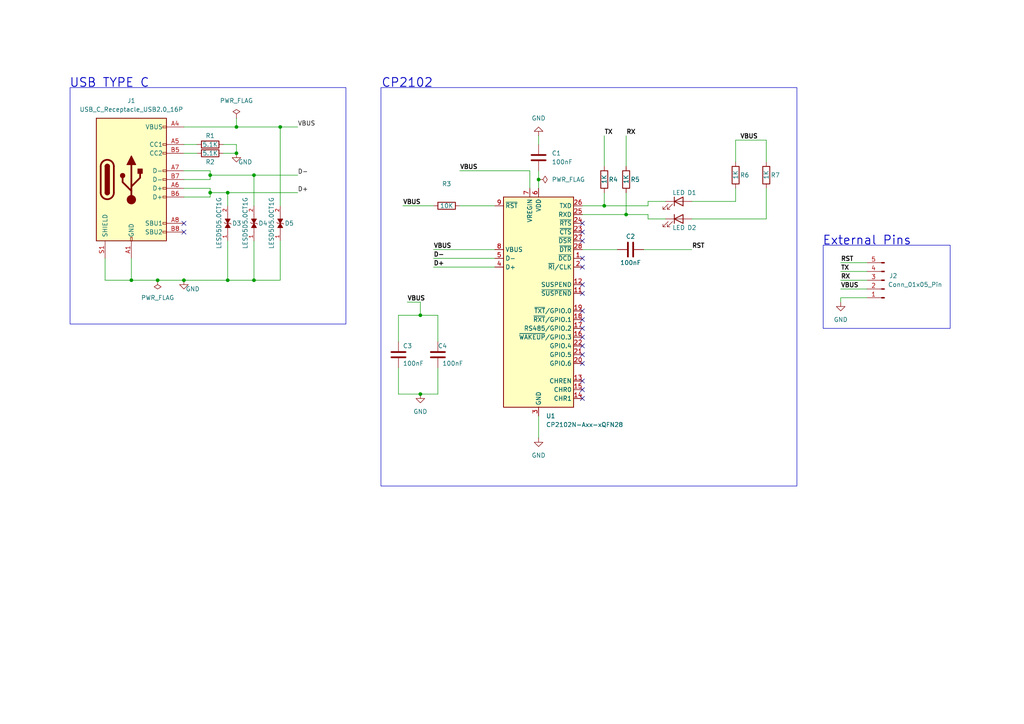
<source format=kicad_sch>
(kicad_sch
	(version 20250114)
	(generator "eeschema")
	(generator_version "9.0")
	(uuid "634ff947-77e8-4515-8778-0f79e74cbf7f")
	(paper "A4")
	(title_block
		(title "USB TO UART")
		(date "25.06.2025")
		(company "SHADAAB")
	)
	(lib_symbols
		(symbol "Connector:Conn_01x05_Pin"
			(pin_names
				(offset 1.016)
				(hide yes)
			)
			(exclude_from_sim no)
			(in_bom yes)
			(on_board yes)
			(property "Reference" "J"
				(at 0 7.62 0)
				(effects
					(font
						(size 1.27 1.27)
					)
				)
			)
			(property "Value" "Conn_01x05_Pin"
				(at 0 -7.62 0)
				(effects
					(font
						(size 1.27 1.27)
					)
				)
			)
			(property "Footprint" ""
				(at 0 0 0)
				(effects
					(font
						(size 1.27 1.27)
					)
					(hide yes)
				)
			)
			(property "Datasheet" "~"
				(at 0 0 0)
				(effects
					(font
						(size 1.27 1.27)
					)
					(hide yes)
				)
			)
			(property "Description" "Generic connector, single row, 01x05, script generated"
				(at 0 0 0)
				(effects
					(font
						(size 1.27 1.27)
					)
					(hide yes)
				)
			)
			(property "ki_locked" ""
				(at 0 0 0)
				(effects
					(font
						(size 1.27 1.27)
					)
				)
			)
			(property "ki_keywords" "connector"
				(at 0 0 0)
				(effects
					(font
						(size 1.27 1.27)
					)
					(hide yes)
				)
			)
			(property "ki_fp_filters" "Connector*:*_1x??_*"
				(at 0 0 0)
				(effects
					(font
						(size 1.27 1.27)
					)
					(hide yes)
				)
			)
			(symbol "Conn_01x05_Pin_1_1"
				(rectangle
					(start 0.8636 5.207)
					(end 0 4.953)
					(stroke
						(width 0.1524)
						(type default)
					)
					(fill
						(type outline)
					)
				)
				(rectangle
					(start 0.8636 2.667)
					(end 0 2.413)
					(stroke
						(width 0.1524)
						(type default)
					)
					(fill
						(type outline)
					)
				)
				(rectangle
					(start 0.8636 0.127)
					(end 0 -0.127)
					(stroke
						(width 0.1524)
						(type default)
					)
					(fill
						(type outline)
					)
				)
				(rectangle
					(start 0.8636 -2.413)
					(end 0 -2.667)
					(stroke
						(width 0.1524)
						(type default)
					)
					(fill
						(type outline)
					)
				)
				(rectangle
					(start 0.8636 -4.953)
					(end 0 -5.207)
					(stroke
						(width 0.1524)
						(type default)
					)
					(fill
						(type outline)
					)
				)
				(polyline
					(pts
						(xy 1.27 5.08) (xy 0.8636 5.08)
					)
					(stroke
						(width 0.1524)
						(type default)
					)
					(fill
						(type none)
					)
				)
				(polyline
					(pts
						(xy 1.27 2.54) (xy 0.8636 2.54)
					)
					(stroke
						(width 0.1524)
						(type default)
					)
					(fill
						(type none)
					)
				)
				(polyline
					(pts
						(xy 1.27 0) (xy 0.8636 0)
					)
					(stroke
						(width 0.1524)
						(type default)
					)
					(fill
						(type none)
					)
				)
				(polyline
					(pts
						(xy 1.27 -2.54) (xy 0.8636 -2.54)
					)
					(stroke
						(width 0.1524)
						(type default)
					)
					(fill
						(type none)
					)
				)
				(polyline
					(pts
						(xy 1.27 -5.08) (xy 0.8636 -5.08)
					)
					(stroke
						(width 0.1524)
						(type default)
					)
					(fill
						(type none)
					)
				)
				(pin passive line
					(at 5.08 5.08 180)
					(length 3.81)
					(name "Pin_1"
						(effects
							(font
								(size 1.27 1.27)
							)
						)
					)
					(number "1"
						(effects
							(font
								(size 1.27 1.27)
							)
						)
					)
				)
				(pin passive line
					(at 5.08 2.54 180)
					(length 3.81)
					(name "Pin_2"
						(effects
							(font
								(size 1.27 1.27)
							)
						)
					)
					(number "2"
						(effects
							(font
								(size 1.27 1.27)
							)
						)
					)
				)
				(pin passive line
					(at 5.08 0 180)
					(length 3.81)
					(name "Pin_3"
						(effects
							(font
								(size 1.27 1.27)
							)
						)
					)
					(number "3"
						(effects
							(font
								(size 1.27 1.27)
							)
						)
					)
				)
				(pin passive line
					(at 5.08 -2.54 180)
					(length 3.81)
					(name "Pin_4"
						(effects
							(font
								(size 1.27 1.27)
							)
						)
					)
					(number "4"
						(effects
							(font
								(size 1.27 1.27)
							)
						)
					)
				)
				(pin passive line
					(at 5.08 -5.08 180)
					(length 3.81)
					(name "Pin_5"
						(effects
							(font
								(size 1.27 1.27)
							)
						)
					)
					(number "5"
						(effects
							(font
								(size 1.27 1.27)
							)
						)
					)
				)
			)
			(embedded_fonts no)
		)
		(symbol "Connector:USB_C_Receptacle_USB2.0_16P"
			(pin_names
				(offset 1.016)
			)
			(exclude_from_sim no)
			(in_bom yes)
			(on_board yes)
			(property "Reference" "J"
				(at 0 22.225 0)
				(effects
					(font
						(size 1.27 1.27)
					)
				)
			)
			(property "Value" "USB_C_Receptacle_USB2.0_16P"
				(at 0 19.685 0)
				(effects
					(font
						(size 1.27 1.27)
					)
				)
			)
			(property "Footprint" ""
				(at 3.81 0 0)
				(effects
					(font
						(size 1.27 1.27)
					)
					(hide yes)
				)
			)
			(property "Datasheet" "https://www.usb.org/sites/default/files/documents/usb_type-c.zip"
				(at 3.81 0 0)
				(effects
					(font
						(size 1.27 1.27)
					)
					(hide yes)
				)
			)
			(property "Description" "USB 2.0-only 16P Type-C Receptacle connector"
				(at 0 0 0)
				(effects
					(font
						(size 1.27 1.27)
					)
					(hide yes)
				)
			)
			(property "ki_keywords" "usb universal serial bus type-C USB2.0"
				(at 0 0 0)
				(effects
					(font
						(size 1.27 1.27)
					)
					(hide yes)
				)
			)
			(property "ki_fp_filters" "USB*C*Receptacle*"
				(at 0 0 0)
				(effects
					(font
						(size 1.27 1.27)
					)
					(hide yes)
				)
			)
			(symbol "USB_C_Receptacle_USB2.0_16P_0_0"
				(rectangle
					(start -0.254 -17.78)
					(end 0.254 -16.764)
					(stroke
						(width 0)
						(type default)
					)
					(fill
						(type none)
					)
				)
				(rectangle
					(start 10.16 15.494)
					(end 9.144 14.986)
					(stroke
						(width 0)
						(type default)
					)
					(fill
						(type none)
					)
				)
				(rectangle
					(start 10.16 10.414)
					(end 9.144 9.906)
					(stroke
						(width 0)
						(type default)
					)
					(fill
						(type none)
					)
				)
				(rectangle
					(start 10.16 7.874)
					(end 9.144 7.366)
					(stroke
						(width 0)
						(type default)
					)
					(fill
						(type none)
					)
				)
				(rectangle
					(start 10.16 2.794)
					(end 9.144 2.286)
					(stroke
						(width 0)
						(type default)
					)
					(fill
						(type none)
					)
				)
				(rectangle
					(start 10.16 0.254)
					(end 9.144 -0.254)
					(stroke
						(width 0)
						(type default)
					)
					(fill
						(type none)
					)
				)
				(rectangle
					(start 10.16 -2.286)
					(end 9.144 -2.794)
					(stroke
						(width 0)
						(type default)
					)
					(fill
						(type none)
					)
				)
				(rectangle
					(start 10.16 -4.826)
					(end 9.144 -5.334)
					(stroke
						(width 0)
						(type default)
					)
					(fill
						(type none)
					)
				)
				(rectangle
					(start 10.16 -12.446)
					(end 9.144 -12.954)
					(stroke
						(width 0)
						(type default)
					)
					(fill
						(type none)
					)
				)
				(rectangle
					(start 10.16 -14.986)
					(end 9.144 -15.494)
					(stroke
						(width 0)
						(type default)
					)
					(fill
						(type none)
					)
				)
			)
			(symbol "USB_C_Receptacle_USB2.0_16P_0_1"
				(rectangle
					(start -10.16 17.78)
					(end 10.16 -17.78)
					(stroke
						(width 0.254)
						(type default)
					)
					(fill
						(type background)
					)
				)
				(polyline
					(pts
						(xy -8.89 -3.81) (xy -8.89 3.81)
					)
					(stroke
						(width 0.508)
						(type default)
					)
					(fill
						(type none)
					)
				)
				(rectangle
					(start -7.62 -3.81)
					(end -6.35 3.81)
					(stroke
						(width 0.254)
						(type default)
					)
					(fill
						(type outline)
					)
				)
				(arc
					(start -7.62 3.81)
					(mid -6.985 4.4423)
					(end -6.35 3.81)
					(stroke
						(width 0.254)
						(type default)
					)
					(fill
						(type none)
					)
				)
				(arc
					(start -7.62 3.81)
					(mid -6.985 4.4423)
					(end -6.35 3.81)
					(stroke
						(width 0.254)
						(type default)
					)
					(fill
						(type outline)
					)
				)
				(arc
					(start -8.89 3.81)
					(mid -6.985 5.7067)
					(end -5.08 3.81)
					(stroke
						(width 0.508)
						(type default)
					)
					(fill
						(type none)
					)
				)
				(arc
					(start -5.08 -3.81)
					(mid -6.985 -5.7067)
					(end -8.89 -3.81)
					(stroke
						(width 0.508)
						(type default)
					)
					(fill
						(type none)
					)
				)
				(arc
					(start -6.35 -3.81)
					(mid -6.985 -4.4423)
					(end -7.62 -3.81)
					(stroke
						(width 0.254)
						(type default)
					)
					(fill
						(type none)
					)
				)
				(arc
					(start -6.35 -3.81)
					(mid -6.985 -4.4423)
					(end -7.62 -3.81)
					(stroke
						(width 0.254)
						(type default)
					)
					(fill
						(type outline)
					)
				)
				(polyline
					(pts
						(xy -5.08 3.81) (xy -5.08 -3.81)
					)
					(stroke
						(width 0.508)
						(type default)
					)
					(fill
						(type none)
					)
				)
				(circle
					(center -2.54 1.143)
					(radius 0.635)
					(stroke
						(width 0.254)
						(type default)
					)
					(fill
						(type outline)
					)
				)
				(polyline
					(pts
						(xy -1.27 4.318) (xy 0 6.858) (xy 1.27 4.318) (xy -1.27 4.318)
					)
					(stroke
						(width 0.254)
						(type default)
					)
					(fill
						(type outline)
					)
				)
				(polyline
					(pts
						(xy 0 -2.032) (xy 2.54 0.508) (xy 2.54 1.778)
					)
					(stroke
						(width 0.508)
						(type default)
					)
					(fill
						(type none)
					)
				)
				(polyline
					(pts
						(xy 0 -3.302) (xy -2.54 -0.762) (xy -2.54 0.508)
					)
					(stroke
						(width 0.508)
						(type default)
					)
					(fill
						(type none)
					)
				)
				(polyline
					(pts
						(xy 0 -5.842) (xy 0 4.318)
					)
					(stroke
						(width 0.508)
						(type default)
					)
					(fill
						(type none)
					)
				)
				(circle
					(center 0 -5.842)
					(radius 1.27)
					(stroke
						(width 0)
						(type default)
					)
					(fill
						(type outline)
					)
				)
				(rectangle
					(start 1.905 1.778)
					(end 3.175 3.048)
					(stroke
						(width 0.254)
						(type default)
					)
					(fill
						(type outline)
					)
				)
			)
			(symbol "USB_C_Receptacle_USB2.0_16P_1_1"
				(pin passive line
					(at -7.62 -22.86 90)
					(length 5.08)
					(name "SHIELD"
						(effects
							(font
								(size 1.27 1.27)
							)
						)
					)
					(number "S1"
						(effects
							(font
								(size 1.27 1.27)
							)
						)
					)
				)
				(pin passive line
					(at 0 -22.86 90)
					(length 5.08)
					(name "GND"
						(effects
							(font
								(size 1.27 1.27)
							)
						)
					)
					(number "A1"
						(effects
							(font
								(size 1.27 1.27)
							)
						)
					)
				)
				(pin passive line
					(at 0 -22.86 90)
					(length 5.08)
					(hide yes)
					(name "GND"
						(effects
							(font
								(size 1.27 1.27)
							)
						)
					)
					(number "A12"
						(effects
							(font
								(size 1.27 1.27)
							)
						)
					)
				)
				(pin passive line
					(at 0 -22.86 90)
					(length 5.08)
					(hide yes)
					(name "GND"
						(effects
							(font
								(size 1.27 1.27)
							)
						)
					)
					(number "B1"
						(effects
							(font
								(size 1.27 1.27)
							)
						)
					)
				)
				(pin passive line
					(at 0 -22.86 90)
					(length 5.08)
					(hide yes)
					(name "GND"
						(effects
							(font
								(size 1.27 1.27)
							)
						)
					)
					(number "B12"
						(effects
							(font
								(size 1.27 1.27)
							)
						)
					)
				)
				(pin passive line
					(at 15.24 15.24 180)
					(length 5.08)
					(name "VBUS"
						(effects
							(font
								(size 1.27 1.27)
							)
						)
					)
					(number "A4"
						(effects
							(font
								(size 1.27 1.27)
							)
						)
					)
				)
				(pin passive line
					(at 15.24 15.24 180)
					(length 5.08)
					(hide yes)
					(name "VBUS"
						(effects
							(font
								(size 1.27 1.27)
							)
						)
					)
					(number "A9"
						(effects
							(font
								(size 1.27 1.27)
							)
						)
					)
				)
				(pin passive line
					(at 15.24 15.24 180)
					(length 5.08)
					(hide yes)
					(name "VBUS"
						(effects
							(font
								(size 1.27 1.27)
							)
						)
					)
					(number "B4"
						(effects
							(font
								(size 1.27 1.27)
							)
						)
					)
				)
				(pin passive line
					(at 15.24 15.24 180)
					(length 5.08)
					(hide yes)
					(name "VBUS"
						(effects
							(font
								(size 1.27 1.27)
							)
						)
					)
					(number "B9"
						(effects
							(font
								(size 1.27 1.27)
							)
						)
					)
				)
				(pin bidirectional line
					(at 15.24 10.16 180)
					(length 5.08)
					(name "CC1"
						(effects
							(font
								(size 1.27 1.27)
							)
						)
					)
					(number "A5"
						(effects
							(font
								(size 1.27 1.27)
							)
						)
					)
				)
				(pin bidirectional line
					(at 15.24 7.62 180)
					(length 5.08)
					(name "CC2"
						(effects
							(font
								(size 1.27 1.27)
							)
						)
					)
					(number "B5"
						(effects
							(font
								(size 1.27 1.27)
							)
						)
					)
				)
				(pin bidirectional line
					(at 15.24 2.54 180)
					(length 5.08)
					(name "D-"
						(effects
							(font
								(size 1.27 1.27)
							)
						)
					)
					(number "A7"
						(effects
							(font
								(size 1.27 1.27)
							)
						)
					)
				)
				(pin bidirectional line
					(at 15.24 0 180)
					(length 5.08)
					(name "D-"
						(effects
							(font
								(size 1.27 1.27)
							)
						)
					)
					(number "B7"
						(effects
							(font
								(size 1.27 1.27)
							)
						)
					)
				)
				(pin bidirectional line
					(at 15.24 -2.54 180)
					(length 5.08)
					(name "D+"
						(effects
							(font
								(size 1.27 1.27)
							)
						)
					)
					(number "A6"
						(effects
							(font
								(size 1.27 1.27)
							)
						)
					)
				)
				(pin bidirectional line
					(at 15.24 -5.08 180)
					(length 5.08)
					(name "D+"
						(effects
							(font
								(size 1.27 1.27)
							)
						)
					)
					(number "B6"
						(effects
							(font
								(size 1.27 1.27)
							)
						)
					)
				)
				(pin bidirectional line
					(at 15.24 -12.7 180)
					(length 5.08)
					(name "SBU1"
						(effects
							(font
								(size 1.27 1.27)
							)
						)
					)
					(number "A8"
						(effects
							(font
								(size 1.27 1.27)
							)
						)
					)
				)
				(pin bidirectional line
					(at 15.24 -15.24 180)
					(length 5.08)
					(name "SBU2"
						(effects
							(font
								(size 1.27 1.27)
							)
						)
					)
					(number "B8"
						(effects
							(font
								(size 1.27 1.27)
							)
						)
					)
				)
			)
			(embedded_fonts no)
		)
		(symbol "Device:C"
			(pin_numbers
				(hide yes)
			)
			(pin_names
				(offset 0.254)
			)
			(exclude_from_sim no)
			(in_bom yes)
			(on_board yes)
			(property "Reference" "C"
				(at 0.635 2.54 0)
				(effects
					(font
						(size 1.27 1.27)
					)
					(justify left)
				)
			)
			(property "Value" "C"
				(at 0.635 -2.54 0)
				(effects
					(font
						(size 1.27 1.27)
					)
					(justify left)
				)
			)
			(property "Footprint" ""
				(at 0.9652 -3.81 0)
				(effects
					(font
						(size 1.27 1.27)
					)
					(hide yes)
				)
			)
			(property "Datasheet" "~"
				(at 0 0 0)
				(effects
					(font
						(size 1.27 1.27)
					)
					(hide yes)
				)
			)
			(property "Description" "Unpolarized capacitor"
				(at 0 0 0)
				(effects
					(font
						(size 1.27 1.27)
					)
					(hide yes)
				)
			)
			(property "ki_keywords" "cap capacitor"
				(at 0 0 0)
				(effects
					(font
						(size 1.27 1.27)
					)
					(hide yes)
				)
			)
			(property "ki_fp_filters" "C_*"
				(at 0 0 0)
				(effects
					(font
						(size 1.27 1.27)
					)
					(hide yes)
				)
			)
			(symbol "C_0_1"
				(polyline
					(pts
						(xy -2.032 0.762) (xy 2.032 0.762)
					)
					(stroke
						(width 0.508)
						(type default)
					)
					(fill
						(type none)
					)
				)
				(polyline
					(pts
						(xy -2.032 -0.762) (xy 2.032 -0.762)
					)
					(stroke
						(width 0.508)
						(type default)
					)
					(fill
						(type none)
					)
				)
			)
			(symbol "C_1_1"
				(pin passive line
					(at 0 3.81 270)
					(length 2.794)
					(name "~"
						(effects
							(font
								(size 1.27 1.27)
							)
						)
					)
					(number "1"
						(effects
							(font
								(size 1.27 1.27)
							)
						)
					)
				)
				(pin passive line
					(at 0 -3.81 90)
					(length 2.794)
					(name "~"
						(effects
							(font
								(size 1.27 1.27)
							)
						)
					)
					(number "2"
						(effects
							(font
								(size 1.27 1.27)
							)
						)
					)
				)
			)
			(embedded_fonts no)
		)
		(symbol "Device:LED"
			(pin_numbers
				(hide yes)
			)
			(pin_names
				(offset 1.016)
				(hide yes)
			)
			(exclude_from_sim no)
			(in_bom yes)
			(on_board yes)
			(property "Reference" "D"
				(at 0 2.54 0)
				(effects
					(font
						(size 1.27 1.27)
					)
				)
			)
			(property "Value" "LED"
				(at 0 -2.54 0)
				(effects
					(font
						(size 1.27 1.27)
					)
				)
			)
			(property "Footprint" ""
				(at 0 0 0)
				(effects
					(font
						(size 1.27 1.27)
					)
					(hide yes)
				)
			)
			(property "Datasheet" "~"
				(at 0 0 0)
				(effects
					(font
						(size 1.27 1.27)
					)
					(hide yes)
				)
			)
			(property "Description" "Light emitting diode"
				(at 0 0 0)
				(effects
					(font
						(size 1.27 1.27)
					)
					(hide yes)
				)
			)
			(property "Sim.Pins" "1=K 2=A"
				(at 0 0 0)
				(effects
					(font
						(size 1.27 1.27)
					)
					(hide yes)
				)
			)
			(property "ki_keywords" "LED diode"
				(at 0 0 0)
				(effects
					(font
						(size 1.27 1.27)
					)
					(hide yes)
				)
			)
			(property "ki_fp_filters" "LED* LED_SMD:* LED_THT:*"
				(at 0 0 0)
				(effects
					(font
						(size 1.27 1.27)
					)
					(hide yes)
				)
			)
			(symbol "LED_0_1"
				(polyline
					(pts
						(xy -3.048 -0.762) (xy -4.572 -2.286) (xy -3.81 -2.286) (xy -4.572 -2.286) (xy -4.572 -1.524)
					)
					(stroke
						(width 0)
						(type default)
					)
					(fill
						(type none)
					)
				)
				(polyline
					(pts
						(xy -1.778 -0.762) (xy -3.302 -2.286) (xy -2.54 -2.286) (xy -3.302 -2.286) (xy -3.302 -1.524)
					)
					(stroke
						(width 0)
						(type default)
					)
					(fill
						(type none)
					)
				)
				(polyline
					(pts
						(xy -1.27 0) (xy 1.27 0)
					)
					(stroke
						(width 0)
						(type default)
					)
					(fill
						(type none)
					)
				)
				(polyline
					(pts
						(xy -1.27 -1.27) (xy -1.27 1.27)
					)
					(stroke
						(width 0.254)
						(type default)
					)
					(fill
						(type none)
					)
				)
				(polyline
					(pts
						(xy 1.27 -1.27) (xy 1.27 1.27) (xy -1.27 0) (xy 1.27 -1.27)
					)
					(stroke
						(width 0.254)
						(type default)
					)
					(fill
						(type none)
					)
				)
			)
			(symbol "LED_1_1"
				(pin passive line
					(at -3.81 0 0)
					(length 2.54)
					(name "K"
						(effects
							(font
								(size 1.27 1.27)
							)
						)
					)
					(number "1"
						(effects
							(font
								(size 1.27 1.27)
							)
						)
					)
				)
				(pin passive line
					(at 3.81 0 180)
					(length 2.54)
					(name "A"
						(effects
							(font
								(size 1.27 1.27)
							)
						)
					)
					(number "2"
						(effects
							(font
								(size 1.27 1.27)
							)
						)
					)
				)
			)
			(embedded_fonts no)
		)
		(symbol "Device:R"
			(pin_numbers
				(hide yes)
			)
			(pin_names
				(offset 0)
			)
			(exclude_from_sim no)
			(in_bom yes)
			(on_board yes)
			(property "Reference" "R"
				(at 2.032 0 90)
				(effects
					(font
						(size 1.27 1.27)
					)
				)
			)
			(property "Value" "R"
				(at 0 0 90)
				(effects
					(font
						(size 1.27 1.27)
					)
				)
			)
			(property "Footprint" ""
				(at -1.778 0 90)
				(effects
					(font
						(size 1.27 1.27)
					)
					(hide yes)
				)
			)
			(property "Datasheet" "~"
				(at 0 0 0)
				(effects
					(font
						(size 1.27 1.27)
					)
					(hide yes)
				)
			)
			(property "Description" "Resistor"
				(at 0 0 0)
				(effects
					(font
						(size 1.27 1.27)
					)
					(hide yes)
				)
			)
			(property "ki_keywords" "R res resistor"
				(at 0 0 0)
				(effects
					(font
						(size 1.27 1.27)
					)
					(hide yes)
				)
			)
			(property "ki_fp_filters" "R_*"
				(at 0 0 0)
				(effects
					(font
						(size 1.27 1.27)
					)
					(hide yes)
				)
			)
			(symbol "R_0_1"
				(rectangle
					(start -1.016 -2.54)
					(end 1.016 2.54)
					(stroke
						(width 0.254)
						(type default)
					)
					(fill
						(type none)
					)
				)
			)
			(symbol "R_1_1"
				(pin passive line
					(at 0 3.81 270)
					(length 1.27)
					(name "~"
						(effects
							(font
								(size 1.27 1.27)
							)
						)
					)
					(number "1"
						(effects
							(font
								(size 1.27 1.27)
							)
						)
					)
				)
				(pin passive line
					(at 0 -3.81 90)
					(length 1.27)
					(name "~"
						(effects
							(font
								(size 1.27 1.27)
							)
						)
					)
					(number "2"
						(effects
							(font
								(size 1.27 1.27)
							)
						)
					)
				)
			)
			(embedded_fonts no)
		)
		(symbol "Interface_USB:CP2102N-Axx-xQFN28"
			(exclude_from_sim no)
			(in_bom yes)
			(on_board yes)
			(property "Reference" "U"
				(at -8.89 31.75 0)
				(effects
					(font
						(size 1.27 1.27)
					)
				)
			)
			(property "Value" "CP2102N-Axx-xQFN28"
				(at 12.7 31.75 0)
				(effects
					(font
						(size 1.27 1.27)
					)
				)
			)
			(property "Footprint" "Package_DFN_QFN:QFN-28-1EP_5x5mm_P0.5mm_EP3.35x3.35mm"
				(at 33.02 -31.75 0)
				(effects
					(font
						(size 1.27 1.27)
					)
					(hide yes)
				)
			)
			(property "Datasheet" "https://www.silabs.com/documents/public/data-sheets/cp2102n-datasheet.pdf"
				(at 1.27 -19.05 0)
				(effects
					(font
						(size 1.27 1.27)
					)
					(hide yes)
				)
			)
			(property "Description" "USB to UART master bridge, QFN-28"
				(at 0 0 0)
				(effects
					(font
						(size 1.27 1.27)
					)
					(hide yes)
				)
			)
			(property "ki_keywords" "USB UART bridge"
				(at 0 0 0)
				(effects
					(font
						(size 1.27 1.27)
					)
					(hide yes)
				)
			)
			(property "ki_fp_filters" "QFN*1EP*5x5mm*P0.5mm*"
				(at 0 0 0)
				(effects
					(font
						(size 1.27 1.27)
					)
					(hide yes)
				)
			)
			(symbol "CP2102N-Axx-xQFN28_0_1"
				(rectangle
					(start -10.16 30.48)
					(end 10.16 -30.48)
					(stroke
						(width 0.254)
						(type default)
					)
					(fill
						(type background)
					)
				)
			)
			(symbol "CP2102N-Axx-xQFN28_1_1"
				(pin input line
					(at -12.7 27.94 0)
					(length 2.54)
					(name "~{RST}"
						(effects
							(font
								(size 1.27 1.27)
							)
						)
					)
					(number "9"
						(effects
							(font
								(size 1.27 1.27)
							)
						)
					)
				)
				(pin input line
					(at -12.7 15.24 0)
					(length 2.54)
					(name "VBUS"
						(effects
							(font
								(size 1.27 1.27)
							)
						)
					)
					(number "8"
						(effects
							(font
								(size 1.27 1.27)
							)
						)
					)
				)
				(pin bidirectional line
					(at -12.7 12.7 0)
					(length 2.54)
					(name "D-"
						(effects
							(font
								(size 1.27 1.27)
							)
						)
					)
					(number "5"
						(effects
							(font
								(size 1.27 1.27)
							)
						)
					)
				)
				(pin bidirectional line
					(at -12.7 10.16 0)
					(length 2.54)
					(name "D+"
						(effects
							(font
								(size 1.27 1.27)
							)
						)
					)
					(number "4"
						(effects
							(font
								(size 1.27 1.27)
							)
						)
					)
				)
				(pin no_connect line
					(at -10.16 -27.94 0)
					(length 2.54)
					(hide yes)
					(name "NC"
						(effects
							(font
								(size 1.27 1.27)
							)
						)
					)
					(number "10"
						(effects
							(font
								(size 1.27 1.27)
							)
						)
					)
				)
				(pin power_in line
					(at -2.54 33.02 270)
					(length 2.54)
					(name "VREGIN"
						(effects
							(font
								(size 1.27 1.27)
							)
						)
					)
					(number "7"
						(effects
							(font
								(size 1.27 1.27)
							)
						)
					)
				)
				(pin power_in line
					(at 0 33.02 270)
					(length 2.54)
					(name "VDD"
						(effects
							(font
								(size 1.27 1.27)
							)
						)
					)
					(number "6"
						(effects
							(font
								(size 1.27 1.27)
							)
						)
					)
				)
				(pin passive line
					(at 0 -33.02 90)
					(length 2.54)
					(hide yes)
					(name "GND"
						(effects
							(font
								(size 1.27 1.27)
							)
						)
					)
					(number "29"
						(effects
							(font
								(size 1.27 1.27)
							)
						)
					)
				)
				(pin power_in line
					(at 0 -33.02 90)
					(length 2.54)
					(name "GND"
						(effects
							(font
								(size 1.27 1.27)
							)
						)
					)
					(number "3"
						(effects
							(font
								(size 1.27 1.27)
							)
						)
					)
				)
				(pin output line
					(at 12.7 27.94 180)
					(length 2.54)
					(name "TXD"
						(effects
							(font
								(size 1.27 1.27)
							)
						)
					)
					(number "26"
						(effects
							(font
								(size 1.27 1.27)
							)
						)
					)
				)
				(pin input line
					(at 12.7 25.4 180)
					(length 2.54)
					(name "RXD"
						(effects
							(font
								(size 1.27 1.27)
							)
						)
					)
					(number "25"
						(effects
							(font
								(size 1.27 1.27)
							)
						)
					)
				)
				(pin output line
					(at 12.7 22.86 180)
					(length 2.54)
					(name "~{RTS}"
						(effects
							(font
								(size 1.27 1.27)
							)
						)
					)
					(number "24"
						(effects
							(font
								(size 1.27 1.27)
							)
						)
					)
				)
				(pin input line
					(at 12.7 20.32 180)
					(length 2.54)
					(name "~{CTS}"
						(effects
							(font
								(size 1.27 1.27)
							)
						)
					)
					(number "23"
						(effects
							(font
								(size 1.27 1.27)
							)
						)
					)
				)
				(pin input line
					(at 12.7 17.78 180)
					(length 2.54)
					(name "~{DSR}"
						(effects
							(font
								(size 1.27 1.27)
							)
						)
					)
					(number "27"
						(effects
							(font
								(size 1.27 1.27)
							)
						)
					)
				)
				(pin output line
					(at 12.7 15.24 180)
					(length 2.54)
					(name "~{DTR}"
						(effects
							(font
								(size 1.27 1.27)
							)
						)
					)
					(number "28"
						(effects
							(font
								(size 1.27 1.27)
							)
						)
					)
				)
				(pin input line
					(at 12.7 12.7 180)
					(length 2.54)
					(name "~{DCD}"
						(effects
							(font
								(size 1.27 1.27)
							)
						)
					)
					(number "1"
						(effects
							(font
								(size 1.27 1.27)
							)
						)
					)
				)
				(pin bidirectional line
					(at 12.7 10.16 180)
					(length 2.54)
					(name "~{RI}/CLK"
						(effects
							(font
								(size 1.27 1.27)
							)
						)
					)
					(number "2"
						(effects
							(font
								(size 1.27 1.27)
							)
						)
					)
				)
				(pin output line
					(at 12.7 5.08 180)
					(length 2.54)
					(name "SUSPEND"
						(effects
							(font
								(size 1.27 1.27)
							)
						)
					)
					(number "12"
						(effects
							(font
								(size 1.27 1.27)
							)
						)
					)
				)
				(pin output line
					(at 12.7 2.54 180)
					(length 2.54)
					(name "~{SUSPEND}"
						(effects
							(font
								(size 1.27 1.27)
							)
						)
					)
					(number "11"
						(effects
							(font
								(size 1.27 1.27)
							)
						)
					)
				)
				(pin bidirectional line
					(at 12.7 -2.54 180)
					(length 2.54)
					(name "~{TXT}/GPIO.0"
						(effects
							(font
								(size 1.27 1.27)
							)
						)
					)
					(number "19"
						(effects
							(font
								(size 1.27 1.27)
							)
						)
					)
				)
				(pin bidirectional line
					(at 12.7 -5.08 180)
					(length 2.54)
					(name "~{RXT}/GPIO.1"
						(effects
							(font
								(size 1.27 1.27)
							)
						)
					)
					(number "18"
						(effects
							(font
								(size 1.27 1.27)
							)
						)
					)
				)
				(pin bidirectional line
					(at 12.7 -7.62 180)
					(length 2.54)
					(name "RS485/GPIO.2"
						(effects
							(font
								(size 1.27 1.27)
							)
						)
					)
					(number "17"
						(effects
							(font
								(size 1.27 1.27)
							)
						)
					)
				)
				(pin bidirectional line
					(at 12.7 -10.16 180)
					(length 2.54)
					(name "~{WAKEUP}/GPIO.3"
						(effects
							(font
								(size 1.27 1.27)
							)
						)
					)
					(number "16"
						(effects
							(font
								(size 1.27 1.27)
							)
						)
					)
				)
				(pin bidirectional line
					(at 12.7 -12.7 180)
					(length 2.54)
					(name "GPIO.4"
						(effects
							(font
								(size 1.27 1.27)
							)
						)
					)
					(number "22"
						(effects
							(font
								(size 1.27 1.27)
							)
						)
					)
				)
				(pin bidirectional line
					(at 12.7 -15.24 180)
					(length 2.54)
					(name "GPIO.5"
						(effects
							(font
								(size 1.27 1.27)
							)
						)
					)
					(number "21"
						(effects
							(font
								(size 1.27 1.27)
							)
						)
					)
				)
				(pin bidirectional line
					(at 12.7 -17.78 180)
					(length 2.54)
					(name "GPIO.6"
						(effects
							(font
								(size 1.27 1.27)
							)
						)
					)
					(number "20"
						(effects
							(font
								(size 1.27 1.27)
							)
						)
					)
				)
				(pin output line
					(at 12.7 -22.86 180)
					(length 2.54)
					(name "CHREN"
						(effects
							(font
								(size 1.27 1.27)
							)
						)
					)
					(number "13"
						(effects
							(font
								(size 1.27 1.27)
							)
						)
					)
				)
				(pin output line
					(at 12.7 -25.4 180)
					(length 2.54)
					(name "CHR0"
						(effects
							(font
								(size 1.27 1.27)
							)
						)
					)
					(number "15"
						(effects
							(font
								(size 1.27 1.27)
							)
						)
					)
				)
				(pin output line
					(at 12.7 -27.94 180)
					(length 2.54)
					(name "CHR1"
						(effects
							(font
								(size 1.27 1.27)
							)
						)
					)
					(number "14"
						(effects
							(font
								(size 1.27 1.27)
							)
						)
					)
				)
			)
			(embedded_fonts no)
		)
		(symbol "LESD5D5.0CT1G:LESD5D5.0CT1G"
			(pin_names
				(offset 1.016)
			)
			(exclude_from_sim no)
			(in_bom yes)
			(on_board yes)
			(property "Reference" "D"
				(at -5.08 2.54 0)
				(effects
					(font
						(size 1.27 1.27)
					)
					(justify left bottom)
				)
			)
			(property "Value" "LESD5D5.0CT1G"
				(at -5.08 -5.08 0)
				(effects
					(font
						(size 1.27 1.27)
					)
					(justify left bottom)
				)
			)
			(property "Footprint" "LESD5D5.0CT1G:TVS_LESD5D5.0CT1G"
				(at 0 0 0)
				(effects
					(font
						(size 1.27 1.27)
					)
					(justify bottom)
					(hide yes)
				)
			)
			(property "Datasheet" ""
				(at 0 0 0)
				(effects
					(font
						(size 1.27 1.27)
					)
					(hide yes)
				)
			)
			(property "Description" ""
				(at 0 0 0)
				(effects
					(font
						(size 1.27 1.27)
					)
					(hide yes)
				)
			)
			(property "MF" "Leshan Radio Co."
				(at 0 0 0)
				(effects
					(font
						(size 1.27 1.27)
					)
					(justify bottom)
					(hide yes)
				)
			)
			(property "MAXIMUM_PACKAGE_HEIGHT" "0.7 mm"
				(at 0 0 0)
				(effects
					(font
						(size 1.27 1.27)
					)
					(justify bottom)
					(hide yes)
				)
			)
			(property "Package" "None"
				(at 0 0 0)
				(effects
					(font
						(size 1.27 1.27)
					)
					(justify bottom)
					(hide yes)
				)
			)
			(property "Price" "None"
				(at 0 0 0)
				(effects
					(font
						(size 1.27 1.27)
					)
					(justify bottom)
					(hide yes)
				)
			)
			(property "Check_prices" "https://www.snapeda.com/parts/LESD5D5.0CT1G/Leshan+Radio/view-part/?ref=eda"
				(at 0 0 0)
				(effects
					(font
						(size 1.27 1.27)
					)
					(justify bottom)
					(hide yes)
				)
			)
			(property "STANDARD" "Manufacturer Recommendations"
				(at 0 0 0)
				(effects
					(font
						(size 1.27 1.27)
					)
					(justify bottom)
					(hide yes)
				)
			)
			(property "PARTREV" "O"
				(at 0 0 0)
				(effects
					(font
						(size 1.27 1.27)
					)
					(justify bottom)
					(hide yes)
				)
			)
			(property "SnapEDA_Link" "https://www.snapeda.com/parts/LESD5D5.0CT1G/Leshan+Radio/view-part/?ref=snap"
				(at 0 0 0)
				(effects
					(font
						(size 1.27 1.27)
					)
					(justify bottom)
					(hide yes)
				)
			)
			(property "MP" "LESD5D5.0CT1G"
				(at 0 0 0)
				(effects
					(font
						(size 1.27 1.27)
					)
					(justify bottom)
					(hide yes)
				)
			)
			(property "Description_1" "Transient Voltage Suppressors for ESD Protection"
				(at 0 0 0)
				(effects
					(font
						(size 1.27 1.27)
					)
					(justify bottom)
					(hide yes)
				)
			)
			(property "Availability" "In Stock"
				(at 0 0 0)
				(effects
					(font
						(size 1.27 1.27)
					)
					(justify bottom)
					(hide yes)
				)
			)
			(property "MANUFACTURER" "LRC"
				(at 0 0 0)
				(effects
					(font
						(size 1.27 1.27)
					)
					(justify bottom)
					(hide yes)
				)
			)
			(symbol "LESD5D5.0CT1G_0_0"
				(polyline
					(pts
						(xy -1.27 0) (xy -2.54 0)
					)
					(stroke
						(width 0.1524)
						(type default)
					)
					(fill
						(type none)
					)
				)
				(polyline
					(pts
						(xy 0 0.762) (xy 0.254 1.016)
					)
					(stroke
						(width 0.1524)
						(type default)
					)
					(fill
						(type none)
					)
				)
				(polyline
					(pts
						(xy 0 0) (xy -1.27 -0.762) (xy -1.27 0.762) (xy 0 0)
					)
					(stroke
						(width 0.1524)
						(type default)
					)
					(fill
						(type outline)
					)
				)
				(polyline
					(pts
						(xy 0 0) (xy 1.27 0.762) (xy 1.27 -0.762) (xy 0 0)
					)
					(stroke
						(width 0.1524)
						(type default)
					)
					(fill
						(type outline)
					)
				)
				(polyline
					(pts
						(xy 0 -0.762) (xy -0.254 -1.016)
					)
					(stroke
						(width 0.1524)
						(type default)
					)
					(fill
						(type none)
					)
				)
				(polyline
					(pts
						(xy 0 -0.762) (xy 0 0.762)
					)
					(stroke
						(width 0.1524)
						(type default)
					)
					(fill
						(type none)
					)
				)
				(polyline
					(pts
						(xy 1.27 0) (xy 2.54 0)
					)
					(stroke
						(width 0.1524)
						(type default)
					)
					(fill
						(type none)
					)
				)
				(pin passive line
					(at -5.08 0 0)
					(length 2.54)
					(name "~"
						(effects
							(font
								(size 1.016 1.016)
							)
						)
					)
					(number "1"
						(effects
							(font
								(size 1.016 1.016)
							)
						)
					)
				)
				(pin passive line
					(at 5.08 0 180)
					(length 2.54)
					(name "~"
						(effects
							(font
								(size 1.016 1.016)
							)
						)
					)
					(number "2"
						(effects
							(font
								(size 1.016 1.016)
							)
						)
					)
				)
			)
			(embedded_fonts no)
		)
		(symbol "power:GND"
			(power)
			(pin_numbers
				(hide yes)
			)
			(pin_names
				(offset 0)
				(hide yes)
			)
			(exclude_from_sim no)
			(in_bom yes)
			(on_board yes)
			(property "Reference" "#PWR"
				(at 0 -6.35 0)
				(effects
					(font
						(size 1.27 1.27)
					)
					(hide yes)
				)
			)
			(property "Value" "GND"
				(at 0 -3.81 0)
				(effects
					(font
						(size 1.27 1.27)
					)
				)
			)
			(property "Footprint" ""
				(at 0 0 0)
				(effects
					(font
						(size 1.27 1.27)
					)
					(hide yes)
				)
			)
			(property "Datasheet" ""
				(at 0 0 0)
				(effects
					(font
						(size 1.27 1.27)
					)
					(hide yes)
				)
			)
			(property "Description" "Power symbol creates a global label with name \"GND\" , ground"
				(at 0 0 0)
				(effects
					(font
						(size 1.27 1.27)
					)
					(hide yes)
				)
			)
			(property "ki_keywords" "global power"
				(at 0 0 0)
				(effects
					(font
						(size 1.27 1.27)
					)
					(hide yes)
				)
			)
			(symbol "GND_0_1"
				(polyline
					(pts
						(xy 0 0) (xy 0 -1.27) (xy 1.27 -1.27) (xy 0 -2.54) (xy -1.27 -1.27) (xy 0 -1.27)
					)
					(stroke
						(width 0)
						(type default)
					)
					(fill
						(type none)
					)
				)
			)
			(symbol "GND_1_1"
				(pin power_in line
					(at 0 0 270)
					(length 0)
					(name "~"
						(effects
							(font
								(size 1.27 1.27)
							)
						)
					)
					(number "1"
						(effects
							(font
								(size 1.27 1.27)
							)
						)
					)
				)
			)
			(embedded_fonts no)
		)
		(symbol "power:PWR_FLAG"
			(power)
			(pin_numbers
				(hide yes)
			)
			(pin_names
				(offset 0)
				(hide yes)
			)
			(exclude_from_sim no)
			(in_bom yes)
			(on_board yes)
			(property "Reference" "#FLG"
				(at 0 1.905 0)
				(effects
					(font
						(size 1.27 1.27)
					)
					(hide yes)
				)
			)
			(property "Value" "PWR_FLAG"
				(at 0 3.81 0)
				(effects
					(font
						(size 1.27 1.27)
					)
				)
			)
			(property "Footprint" ""
				(at 0 0 0)
				(effects
					(font
						(size 1.27 1.27)
					)
					(hide yes)
				)
			)
			(property "Datasheet" "~"
				(at 0 0 0)
				(effects
					(font
						(size 1.27 1.27)
					)
					(hide yes)
				)
			)
			(property "Description" "Special symbol for telling ERC where power comes from"
				(at 0 0 0)
				(effects
					(font
						(size 1.27 1.27)
					)
					(hide yes)
				)
			)
			(property "ki_keywords" "flag power"
				(at 0 0 0)
				(effects
					(font
						(size 1.27 1.27)
					)
					(hide yes)
				)
			)
			(symbol "PWR_FLAG_0_0"
				(pin power_out line
					(at 0 0 90)
					(length 0)
					(name "~"
						(effects
							(font
								(size 1.27 1.27)
							)
						)
					)
					(number "1"
						(effects
							(font
								(size 1.27 1.27)
							)
						)
					)
				)
			)
			(symbol "PWR_FLAG_0_1"
				(polyline
					(pts
						(xy 0 0) (xy 0 1.27) (xy -1.016 1.905) (xy 0 2.54) (xy 1.016 1.905) (xy 0 1.27)
					)
					(stroke
						(width 0)
						(type default)
					)
					(fill
						(type none)
					)
				)
			)
			(embedded_fonts no)
		)
	)
	(rectangle
		(start 238.76 71.12)
		(end 275.59 95.25)
		(stroke
			(width 0)
			(type default)
		)
		(fill
			(type none)
		)
		(uuid 1cc84013-e93b-4a32-9dd0-17ec1272b244)
	)
	(rectangle
		(start 20.32 25.4)
		(end 100.33 93.98)
		(stroke
			(width 0)
			(type default)
		)
		(fill
			(type none)
		)
		(uuid 243426e7-cea9-4b27-a069-90a417692e9b)
	)
	(rectangle
		(start 110.49 25.4)
		(end 231.14 140.97)
		(stroke
			(width 0)
			(type default)
		)
		(fill
			(type none)
		)
		(uuid b44267c1-d8db-4ed2-8005-a665ccc7729a)
	)
	(text "USB TYPE C"
		(exclude_from_sim no)
		(at 31.75 24.13 0)
		(effects
			(font
				(size 2.54 2.54)
				(thickness 0.254)
				(bold yes)
			)
		)
		(uuid "6036fb71-f41b-4edc-93d0-7410d45ead91")
	)
	(text "External Pins"
		(exclude_from_sim no)
		(at 251.46 69.85 0)
		(effects
			(font
				(size 2.54 2.54)
				(thickness 0.254)
				(bold yes)
			)
		)
		(uuid "74f934d8-197a-44a7-84ad-917f6ba6b582")
	)
	(text "CP2102\n"
		(exclude_from_sim no)
		(at 118.11 24.13 0)
		(effects
			(font
				(size 2.54 2.54)
				(thickness 0.254)
				(bold yes)
			)
		)
		(uuid "ad5b8e28-4604-4307-bb6c-ca4cb9ae0b3e")
	)
	(junction
		(at 66.04 81.28)
		(diameter 0)
		(color 0 0 0 0)
		(uuid "37ef84a4-cfbb-4c4c-a36b-0daba5d7f4f1")
	)
	(junction
		(at 60.96 50.8)
		(diameter 0)
		(color 0 0 0 0)
		(uuid "4dfa191e-28b9-42f3-a24f-c77df69bab8b")
	)
	(junction
		(at 121.92 114.3)
		(diameter 0)
		(color 0 0 0 0)
		(uuid "62d5f422-7551-428d-abb0-622ed259c5e4")
	)
	(junction
		(at 45.72 81.28)
		(diameter 0)
		(color 0 0 0 0)
		(uuid "70a834ba-106d-4675-96c2-8b882243c8d5")
	)
	(junction
		(at 73.66 50.8)
		(diameter 0)
		(color 0 0 0 0)
		(uuid "7bfc8d62-26a7-4e02-aa66-235a1d47c535")
	)
	(junction
		(at 181.61 62.23)
		(diameter 0)
		(color 0 0 0 0)
		(uuid "8d5679fc-23ed-4650-99e4-339ef087c0d4")
	)
	(junction
		(at 68.58 44.45)
		(diameter 0)
		(color 0 0 0 0)
		(uuid "93ff3f0c-cb07-4145-b021-5629499b382e")
	)
	(junction
		(at 175.26 59.69)
		(diameter 0)
		(color 0 0 0 0)
		(uuid "96f0e494-206c-4733-83dc-2c729be86690")
	)
	(junction
		(at 121.92 91.44)
		(diameter 0)
		(color 0 0 0 0)
		(uuid "a752e57e-951b-4c8c-908f-e398d14d1f0b")
	)
	(junction
		(at 73.66 81.28)
		(diameter 0)
		(color 0 0 0 0)
		(uuid "ae107a9f-0523-4398-b59c-d596dbbdf5a3")
	)
	(junction
		(at 66.04 55.88)
		(diameter 0)
		(color 0 0 0 0)
		(uuid "b61208da-2636-4320-aba1-a16ca6aa2cc2")
	)
	(junction
		(at 38.1 81.28)
		(diameter 0)
		(color 0 0 0 0)
		(uuid "bab2a95e-718f-4529-abb4-2f9e9a68cb14")
	)
	(junction
		(at 81.28 36.83)
		(diameter 0)
		(color 0 0 0 0)
		(uuid "c903483b-cd78-400b-abcf-d29963e5f3f9")
	)
	(junction
		(at 53.34 81.28)
		(diameter 0)
		(color 0 0 0 0)
		(uuid "ce1f3fce-0824-48d7-9504-970fdda25d32")
	)
	(junction
		(at 68.58 36.83)
		(diameter 0)
		(color 0 0 0 0)
		(uuid "d20a6246-6a8f-4354-a741-839d0e411e83")
	)
	(junction
		(at 156.21 52.07)
		(diameter 0)
		(color 0 0 0 0)
		(uuid "ea10e11f-ed35-4738-b59a-c62676193fb4")
	)
	(junction
		(at 60.96 55.88)
		(diameter 0)
		(color 0 0 0 0)
		(uuid "ef6446e7-297c-40aa-9628-44fcc48a1ab2")
	)
	(no_connect
		(at 168.91 85.09)
		(uuid "1bce77ab-badc-4ab9-ad5c-6f1227e676e8")
	)
	(no_connect
		(at 168.91 69.85)
		(uuid "2b35c742-62f2-4c6f-b0b8-3d4389c370c7")
	)
	(no_connect
		(at 168.91 95.25)
		(uuid "320432d8-76f2-46ff-8589-9a01d17318a1")
	)
	(no_connect
		(at 168.91 82.55)
		(uuid "6b5fb8a8-1fd7-49a6-a02a-78b70a2a046f")
	)
	(no_connect
		(at 168.91 77.47)
		(uuid "76b06a8a-f7ab-4ec1-a71a-7bd4613075ea")
	)
	(no_connect
		(at 168.91 74.93)
		(uuid "81dbc736-7710-490b-8cf1-24e9909f7632")
	)
	(no_connect
		(at 168.91 105.41)
		(uuid "820d2857-310c-4a95-abc1-117e77309607")
	)
	(no_connect
		(at 168.91 113.03)
		(uuid "83d3a803-246a-48d1-910e-bd7daacca08e")
	)
	(no_connect
		(at 168.91 102.87)
		(uuid "92a850b3-7965-4c24-a87a-5b6d7746c7c6")
	)
	(no_connect
		(at 168.91 90.17)
		(uuid "98a6bce2-69bd-46b7-95f2-3374914c9bc1")
	)
	(no_connect
		(at 168.91 115.57)
		(uuid "98cdf8e6-1da9-4602-8542-39ab732a5ab6")
	)
	(no_connect
		(at 168.91 110.49)
		(uuid "a863a653-36f7-49e9-be72-e475ffac7e73")
	)
	(no_connect
		(at 168.91 97.79)
		(uuid "ab23b5ce-19ce-4d98-af6b-f1abcb5decb3")
	)
	(no_connect
		(at 168.91 100.33)
		(uuid "af577d2d-11a9-42f3-bc3a-d7eac3b1802b")
	)
	(no_connect
		(at 53.34 64.77)
		(uuid "be99eeb9-253f-4bed-88bc-c4d61770130a")
	)
	(no_connect
		(at 53.34 67.31)
		(uuid "c2d2824f-f09e-47b2-ad89-2b49c90d04e8")
	)
	(no_connect
		(at 168.91 92.71)
		(uuid "de5024e6-bc57-4517-843f-79502feb6f24")
	)
	(no_connect
		(at 168.91 67.31)
		(uuid "e6ffda1e-3f82-4ecc-8394-2fc07e18207a")
	)
	(no_connect
		(at 168.91 64.77)
		(uuid "f152df76-bc45-416d-8308-5f25fa34e15b")
	)
	(wire
		(pts
			(xy 200.66 58.42) (xy 213.36 58.42)
		)
		(stroke
			(width 0)
			(type default)
		)
		(uuid "00a0362b-c903-41ab-8237-71ac6485d856")
	)
	(wire
		(pts
			(xy 30.48 81.28) (xy 38.1 81.28)
		)
		(stroke
			(width 0)
			(type default)
		)
		(uuid "04daf74e-5d70-4b96-8c14-265b8b84dae0")
	)
	(wire
		(pts
			(xy 168.91 72.39) (xy 179.07 72.39)
		)
		(stroke
			(width 0)
			(type default)
		)
		(uuid "0c86fa09-ad62-480e-9dc2-509273947a66")
	)
	(wire
		(pts
			(xy 81.28 36.83) (xy 86.36 36.83)
		)
		(stroke
			(width 0)
			(type default)
		)
		(uuid "0de3ad7e-f96d-4f08-bf11-3d63ce2f4fcd")
	)
	(wire
		(pts
			(xy 66.04 55.88) (xy 66.04 59.69)
		)
		(stroke
			(width 0)
			(type default)
		)
		(uuid "0e7e4785-634c-44eb-b93c-c577d0616a46")
	)
	(wire
		(pts
			(xy 243.84 78.74) (xy 251.46 78.74)
		)
		(stroke
			(width 0)
			(type default)
		)
		(uuid "0ed680c2-fae4-4b3a-b4e3-5df90125d873")
	)
	(wire
		(pts
			(xy 115.57 99.06) (xy 115.57 91.44)
		)
		(stroke
			(width 0)
			(type default)
		)
		(uuid "14ca9779-9012-487a-ad88-ac5be327aebc")
	)
	(wire
		(pts
			(xy 121.92 91.44) (xy 121.92 87.63)
		)
		(stroke
			(width 0)
			(type default)
		)
		(uuid "172d6296-3240-4d7f-949b-f88f1b665f84")
	)
	(wire
		(pts
			(xy 181.61 39.37) (xy 181.61 48.26)
		)
		(stroke
			(width 0)
			(type default)
		)
		(uuid "1ef4414e-6d0c-4c58-bda2-f391394e0319")
	)
	(wire
		(pts
			(xy 66.04 81.28) (xy 73.66 81.28)
		)
		(stroke
			(width 0)
			(type default)
		)
		(uuid "1fcdee97-ffc6-44e1-a4bf-1fdaf03b03a7")
	)
	(wire
		(pts
			(xy 187.96 58.42) (xy 193.04 58.42)
		)
		(stroke
			(width 0)
			(type default)
		)
		(uuid "20871a51-0e24-4d6d-a24a-94ddfd285129")
	)
	(wire
		(pts
			(xy 64.77 41.91) (xy 68.58 41.91)
		)
		(stroke
			(width 0)
			(type default)
		)
		(uuid "24acda03-8bd4-4fd7-9b97-a7788cae88e0")
	)
	(wire
		(pts
			(xy 38.1 81.28) (xy 45.72 81.28)
		)
		(stroke
			(width 0)
			(type default)
		)
		(uuid "2abe7ef4-5c15-4dce-b346-cec988d83b6c")
	)
	(wire
		(pts
			(xy 187.96 59.69) (xy 187.96 58.42)
		)
		(stroke
			(width 0)
			(type default)
		)
		(uuid "31e9dbcd-37e6-4907-8043-e3bc344553bd")
	)
	(wire
		(pts
			(xy 243.84 81.28) (xy 251.46 81.28)
		)
		(stroke
			(width 0)
			(type default)
		)
		(uuid "31f6612f-5ca2-4930-90ae-cdf32c548b90")
	)
	(wire
		(pts
			(xy 60.96 55.88) (xy 66.04 55.88)
		)
		(stroke
			(width 0)
			(type default)
		)
		(uuid "344c43ee-20d1-44b8-980b-37c60533677c")
	)
	(wire
		(pts
			(xy 53.34 54.61) (xy 60.96 54.61)
		)
		(stroke
			(width 0)
			(type default)
		)
		(uuid "35645807-a735-4042-bac9-f44c12d4a6fe")
	)
	(wire
		(pts
			(xy 73.66 81.28) (xy 81.28 81.28)
		)
		(stroke
			(width 0)
			(type default)
		)
		(uuid "3c3673a9-dbb5-478a-a464-96b92a0001be")
	)
	(wire
		(pts
			(xy 175.26 59.69) (xy 187.96 59.69)
		)
		(stroke
			(width 0)
			(type default)
		)
		(uuid "40ff93b2-dd14-4573-a7fd-cd00726586c8")
	)
	(wire
		(pts
			(xy 53.34 52.07) (xy 60.96 52.07)
		)
		(stroke
			(width 0)
			(type default)
		)
		(uuid "4374a7a5-474a-47f9-8e84-b0b20a55bd72")
	)
	(wire
		(pts
			(xy 222.25 40.64) (xy 222.25 46.99)
		)
		(stroke
			(width 0)
			(type default)
		)
		(uuid "44027412-5268-486f-85c8-feaae1495912")
	)
	(wire
		(pts
			(xy 53.34 44.45) (xy 57.15 44.45)
		)
		(stroke
			(width 0)
			(type default)
		)
		(uuid "463f4868-7280-4f64-9e45-b55d352fdfb6")
	)
	(wire
		(pts
			(xy 168.91 59.69) (xy 175.26 59.69)
		)
		(stroke
			(width 0)
			(type default)
		)
		(uuid "471a5f11-8fdc-4511-8982-bdfd39354c34")
	)
	(wire
		(pts
			(xy 68.58 34.29) (xy 68.58 36.83)
		)
		(stroke
			(width 0)
			(type default)
		)
		(uuid "49c01c64-062a-4b9c-af57-6934aac71801")
	)
	(wire
		(pts
			(xy 121.92 91.44) (xy 127 91.44)
		)
		(stroke
			(width 0)
			(type default)
		)
		(uuid "49c41b4d-0b25-4e54-a4a2-997881520bf5")
	)
	(wire
		(pts
			(xy 115.57 91.44) (xy 121.92 91.44)
		)
		(stroke
			(width 0)
			(type default)
		)
		(uuid "4ca8a242-11ab-4d55-84cb-b2fdc9f2d858")
	)
	(wire
		(pts
			(xy 133.35 59.69) (xy 143.51 59.69)
		)
		(stroke
			(width 0)
			(type default)
		)
		(uuid "4dc37df9-d2dc-4c6f-889a-33578eff2416")
	)
	(wire
		(pts
			(xy 181.61 62.23) (xy 187.96 62.23)
		)
		(stroke
			(width 0)
			(type default)
		)
		(uuid "5156ec09-70cc-4323-bfa1-e873a02b5eb5")
	)
	(wire
		(pts
			(xy 156.21 120.65) (xy 156.21 127)
		)
		(stroke
			(width 0)
			(type default)
		)
		(uuid "540c9280-0201-452a-babb-cd3081ad1e34")
	)
	(wire
		(pts
			(xy 60.96 54.61) (xy 60.96 55.88)
		)
		(stroke
			(width 0)
			(type default)
		)
		(uuid "55124409-4b88-466a-9493-e0df2f97cf8b")
	)
	(wire
		(pts
			(xy 60.96 50.8) (xy 60.96 52.07)
		)
		(stroke
			(width 0)
			(type default)
		)
		(uuid "5919284a-598a-4d8c-b787-f1eff2c4ea8f")
	)
	(wire
		(pts
			(xy 73.66 50.8) (xy 73.66 59.69)
		)
		(stroke
			(width 0)
			(type default)
		)
		(uuid "59d62ae8-0d77-45e6-b709-40ad00484cb8")
	)
	(wire
		(pts
			(xy 251.46 86.36) (xy 243.84 86.36)
		)
		(stroke
			(width 0)
			(type default)
		)
		(uuid "5ae19c9a-f823-408d-a4ed-9ea1af473a80")
	)
	(wire
		(pts
			(xy 213.36 40.64) (xy 222.25 40.64)
		)
		(stroke
			(width 0)
			(type default)
		)
		(uuid "5d5766e5-6205-4799-a30c-f632a8d43a7a")
	)
	(wire
		(pts
			(xy 125.73 77.47) (xy 143.51 77.47)
		)
		(stroke
			(width 0)
			(type default)
		)
		(uuid "5fd1b4aa-01c5-4e82-b6b3-d5ff7c9a402d")
	)
	(wire
		(pts
			(xy 116.84 59.69) (xy 125.73 59.69)
		)
		(stroke
			(width 0)
			(type default)
		)
		(uuid "61d16704-77e8-42d5-88d6-ec459a25cf6d")
	)
	(wire
		(pts
			(xy 156.21 52.07) (xy 156.21 54.61)
		)
		(stroke
			(width 0)
			(type default)
		)
		(uuid "64138d47-bb0a-42f9-9d8d-ca824e56e9b9")
	)
	(wire
		(pts
			(xy 187.96 63.5) (xy 193.04 63.5)
		)
		(stroke
			(width 0)
			(type default)
		)
		(uuid "659db897-d637-481a-876f-48c509e2ec3e")
	)
	(wire
		(pts
			(xy 125.73 74.93) (xy 143.51 74.93)
		)
		(stroke
			(width 0)
			(type default)
		)
		(uuid "67f32a24-648c-4219-8122-9d6b02f46aa6")
	)
	(wire
		(pts
			(xy 168.91 62.23) (xy 181.61 62.23)
		)
		(stroke
			(width 0)
			(type default)
		)
		(uuid "68848f98-82c7-4c9f-ba5f-d31e4a4b9e34")
	)
	(wire
		(pts
			(xy 213.36 46.99) (xy 213.36 40.64)
		)
		(stroke
			(width 0)
			(type default)
		)
		(uuid "691b0cdb-faa7-4ac2-9c4b-d60bed4263c9")
	)
	(wire
		(pts
			(xy 156.21 49.53) (xy 156.21 52.07)
		)
		(stroke
			(width 0)
			(type default)
		)
		(uuid "691e95a6-59fb-4d2d-94e2-9c465fe24ddb")
	)
	(wire
		(pts
			(xy 53.34 49.53) (xy 60.96 49.53)
		)
		(stroke
			(width 0)
			(type default)
		)
		(uuid "6fa3e543-8903-4698-91c3-4861165c8588")
	)
	(wire
		(pts
			(xy 127 106.68) (xy 127 114.3)
		)
		(stroke
			(width 0)
			(type default)
		)
		(uuid "75040cb8-0f8c-48b5-a078-aaa717085092")
	)
	(wire
		(pts
			(xy 66.04 69.85) (xy 66.04 81.28)
		)
		(stroke
			(width 0)
			(type default)
		)
		(uuid "760c5918-0050-46ba-9be2-442da5f9a5da")
	)
	(wire
		(pts
			(xy 38.1 74.93) (xy 38.1 81.28)
		)
		(stroke
			(width 0)
			(type default)
		)
		(uuid "78ab20bf-a0a4-471f-a7f5-9a1785c7821e")
	)
	(wire
		(pts
			(xy 53.34 81.28) (xy 66.04 81.28)
		)
		(stroke
			(width 0)
			(type default)
		)
		(uuid "78ab555d-f137-480b-8562-d24728d37e38")
	)
	(wire
		(pts
			(xy 53.34 36.83) (xy 68.58 36.83)
		)
		(stroke
			(width 0)
			(type default)
		)
		(uuid "7dc395aa-1983-4453-b2ca-c69e100c43f2")
	)
	(wire
		(pts
			(xy 181.61 55.88) (xy 181.61 62.23)
		)
		(stroke
			(width 0)
			(type default)
		)
		(uuid "8627896c-dbe1-40f5-8f25-729a8445e0c8")
	)
	(wire
		(pts
			(xy 30.48 74.93) (xy 30.48 81.28)
		)
		(stroke
			(width 0)
			(type default)
		)
		(uuid "87900cbd-dd52-409b-9797-7a207d526675")
	)
	(wire
		(pts
			(xy 175.26 55.88) (xy 175.26 59.69)
		)
		(stroke
			(width 0)
			(type default)
		)
		(uuid "899b839f-c966-4427-ba83-dff1432ed998")
	)
	(wire
		(pts
			(xy 60.96 55.88) (xy 60.96 57.15)
		)
		(stroke
			(width 0)
			(type default)
		)
		(uuid "89c9c146-1370-4a48-8850-93c8cb61ac03")
	)
	(wire
		(pts
			(xy 53.34 57.15) (xy 60.96 57.15)
		)
		(stroke
			(width 0)
			(type default)
		)
		(uuid "8cd99d0f-4add-444e-a73c-58c770d64ab1")
	)
	(wire
		(pts
			(xy 153.67 49.53) (xy 153.67 54.61)
		)
		(stroke
			(width 0)
			(type default)
		)
		(uuid "993271c0-710d-4297-816e-3624be437520")
	)
	(wire
		(pts
			(xy 243.84 83.82) (xy 251.46 83.82)
		)
		(stroke
			(width 0)
			(type default)
		)
		(uuid "9aa01379-0894-456d-8c7e-8c27598ea5b5")
	)
	(wire
		(pts
			(xy 81.28 36.83) (xy 81.28 59.69)
		)
		(stroke
			(width 0)
			(type default)
		)
		(uuid "9f09421b-e157-40e5-b961-50ec6dcc59ec")
	)
	(wire
		(pts
			(xy 121.92 114.3) (xy 127 114.3)
		)
		(stroke
			(width 0)
			(type default)
		)
		(uuid "a6577a38-8337-439d-99de-fcaf729b54f5")
	)
	(wire
		(pts
			(xy 156.21 39.37) (xy 156.21 41.91)
		)
		(stroke
			(width 0)
			(type default)
		)
		(uuid "a993afca-59b3-4880-815b-4dd5cb12da8e")
	)
	(wire
		(pts
			(xy 243.84 86.36) (xy 243.84 87.63)
		)
		(stroke
			(width 0)
			(type default)
		)
		(uuid "b07bd8ad-559f-42e4-a4dd-85fb4d1af3b2")
	)
	(wire
		(pts
			(xy 115.57 114.3) (xy 121.92 114.3)
		)
		(stroke
			(width 0)
			(type default)
		)
		(uuid "b10ad014-2126-4790-ab78-c73b9296ec49")
	)
	(wire
		(pts
			(xy 125.73 72.39) (xy 143.51 72.39)
		)
		(stroke
			(width 0)
			(type default)
		)
		(uuid "b1b07313-c2e2-42e6-89ea-eca7c5867c56")
	)
	(wire
		(pts
			(xy 68.58 41.91) (xy 68.58 44.45)
		)
		(stroke
			(width 0)
			(type default)
		)
		(uuid "bc3c7ade-e909-4de5-8bc8-fe819129538b")
	)
	(wire
		(pts
			(xy 81.28 81.28) (xy 81.28 69.85)
		)
		(stroke
			(width 0)
			(type default)
		)
		(uuid "bc93efc9-d7fc-4a0a-87b6-3c35b4ce4189")
	)
	(wire
		(pts
			(xy 133.35 49.53) (xy 153.67 49.53)
		)
		(stroke
			(width 0)
			(type default)
		)
		(uuid "c268f6c6-a310-4cf6-bf6c-5ef98084bd0b")
	)
	(wire
		(pts
			(xy 60.96 49.53) (xy 60.96 50.8)
		)
		(stroke
			(width 0)
			(type default)
		)
		(uuid "c2a5bb62-df43-4156-b4f0-e3118ccc41d9")
	)
	(wire
		(pts
			(xy 213.36 54.61) (xy 213.36 58.42)
		)
		(stroke
			(width 0)
			(type default)
		)
		(uuid "c2f1df44-c226-4eaf-bb8c-b126493d074d")
	)
	(wire
		(pts
			(xy 200.66 63.5) (xy 222.25 63.5)
		)
		(stroke
			(width 0)
			(type default)
		)
		(uuid "c503cab6-8117-4419-a5b5-8ddb65ac2241")
	)
	(wire
		(pts
			(xy 66.04 55.88) (xy 86.36 55.88)
		)
		(stroke
			(width 0)
			(type default)
		)
		(uuid "c6e5f71f-638a-4e26-b26b-770abaac9be8")
	)
	(wire
		(pts
			(xy 53.34 41.91) (xy 57.15 41.91)
		)
		(stroke
			(width 0)
			(type default)
		)
		(uuid "c71a136b-922e-4168-af5b-36444b8c5d0e")
	)
	(wire
		(pts
			(xy 187.96 62.23) (xy 187.96 63.5)
		)
		(stroke
			(width 0)
			(type default)
		)
		(uuid "ca2bfeea-b74b-48de-b674-481f58049d98")
	)
	(wire
		(pts
			(xy 243.84 76.2) (xy 251.46 76.2)
		)
		(stroke
			(width 0)
			(type default)
		)
		(uuid "cb94b1c6-2087-479a-a1c1-6634fb62120f")
	)
	(wire
		(pts
			(xy 222.25 54.61) (xy 222.25 63.5)
		)
		(stroke
			(width 0)
			(type default)
		)
		(uuid "cbd2172b-7154-4266-b07f-3071df33eef3")
	)
	(wire
		(pts
			(xy 175.26 39.37) (xy 175.26 48.26)
		)
		(stroke
			(width 0)
			(type default)
		)
		(uuid "cf16034d-17af-417a-b65b-65b5d49d3c5a")
	)
	(wire
		(pts
			(xy 68.58 36.83) (xy 81.28 36.83)
		)
		(stroke
			(width 0)
			(type default)
		)
		(uuid "d020e3a3-6795-45b9-b8ce-fce1745509ba")
	)
	(wire
		(pts
			(xy 45.72 81.28) (xy 53.34 81.28)
		)
		(stroke
			(width 0)
			(type default)
		)
		(uuid "d0f7ebca-f44d-4dd1-9912-2ef8b05aca48")
	)
	(wire
		(pts
			(xy 115.57 106.68) (xy 115.57 114.3)
		)
		(stroke
			(width 0)
			(type default)
		)
		(uuid "d208ca49-e20c-4a56-be1e-ba474d3fbe1a")
	)
	(wire
		(pts
			(xy 186.69 72.39) (xy 200.66 72.39)
		)
		(stroke
			(width 0)
			(type default)
		)
		(uuid "db2bb8b0-1b6f-47bd-8bc0-602e35c514c8")
	)
	(wire
		(pts
			(xy 60.96 50.8) (xy 73.66 50.8)
		)
		(stroke
			(width 0)
			(type default)
		)
		(uuid "de742f76-0399-4e25-b299-c5151b36a010")
	)
	(wire
		(pts
			(xy 73.66 69.85) (xy 73.66 81.28)
		)
		(stroke
			(width 0)
			(type default)
		)
		(uuid "e12de8b4-a4a1-44e7-a637-5193cfe2fd6f")
	)
	(wire
		(pts
			(xy 73.66 50.8) (xy 86.36 50.8)
		)
		(stroke
			(width 0)
			(type default)
		)
		(uuid "f0a28784-d4db-4057-a5da-cfbf27bd022f")
	)
	(wire
		(pts
			(xy 118.11 87.63) (xy 121.92 87.63)
		)
		(stroke
			(width 0)
			(type default)
		)
		(uuid "f4098897-5847-4f3f-bcb1-0eb329c6a8c6")
	)
	(wire
		(pts
			(xy 127 91.44) (xy 127 99.06)
		)
		(stroke
			(width 0)
			(type default)
		)
		(uuid "f926bad8-bf0f-4948-baac-3d7af947352b")
	)
	(wire
		(pts
			(xy 64.77 44.45) (xy 68.58 44.45)
		)
		(stroke
			(width 0)
			(type default)
		)
		(uuid "fdae2483-afd5-45f7-8568-02833bbc1a72")
	)
	(label "TX"
		(at 175.26 39.37 0)
		(effects
			(font
				(size 1.27 1.27)
				(thickness 0.254)
				(bold yes)
			)
			(justify left bottom)
		)
		(uuid "110be71c-0ec7-4bcd-87a9-9c31e1527cff")
	)
	(label "D+"
		(at 86.36 55.88 0)
		(effects
			(font
				(size 1.27 1.27)
			)
			(justify left bottom)
		)
		(uuid "17a2a0e4-24ef-406c-956a-471fa710f509")
	)
	(label "D-"
		(at 125.73 74.93 0)
		(effects
			(font
				(size 1.27 1.27)
				(thickness 0.254)
				(bold yes)
			)
			(justify left bottom)
		)
		(uuid "17ec6594-439c-49b2-90b3-55e7c7b8c674")
	)
	(label "RX"
		(at 181.61 39.37 0)
		(effects
			(font
				(size 1.27 1.27)
				(thickness 0.254)
				(bold yes)
			)
			(justify left bottom)
		)
		(uuid "235ece39-1bd0-4a5c-85d4-4c816abd683b")
	)
	(label "VBUS"
		(at 133.35 49.53 0)
		(effects
			(font
				(size 1.27 1.27)
				(thickness 0.254)
				(bold yes)
			)
			(justify left bottom)
		)
		(uuid "3907ff67-2da1-473b-850f-bcc71589977c")
	)
	(label "VBUS"
		(at 116.84 59.69 0)
		(effects
			(font
				(size 1.27 1.27)
				(thickness 0.254)
				(bold yes)
			)
			(justify left bottom)
		)
		(uuid "41256ff4-dd12-4245-b14b-0e6af75b2700")
	)
	(label "D-"
		(at 86.36 50.8 0)
		(effects
			(font
				(size 1.27 1.27)
			)
			(justify left bottom)
		)
		(uuid "42761815-f32e-4ccf-a180-013ea08a500e")
	)
	(label "RST"
		(at 200.66 72.39 0)
		(effects
			(font
				(size 1.27 1.27)
				(thickness 0.254)
				(bold yes)
			)
			(justify left bottom)
		)
		(uuid "45e29bae-87cd-4b99-8cb3-3f4a67b982f1")
	)
	(label "RX"
		(at 243.84 81.28 0)
		(effects
			(font
				(size 1.27 1.27)
				(thickness 0.254)
				(bold yes)
			)
			(justify left bottom)
		)
		(uuid "6bc1b221-c377-453d-961c-3b5241cb3618")
	)
	(label "VBUS"
		(at 86.36 36.83 0)
		(effects
			(font
				(size 1.27 1.27)
			)
			(justify left bottom)
		)
		(uuid "807a0387-a65b-44f6-9e58-d5fb08d02110")
	)
	(label "VBUS"
		(at 125.73 72.39 0)
		(effects
			(font
				(size 1.27 1.27)
				(thickness 0.254)
				(bold yes)
			)
			(justify left bottom)
		)
		(uuid "8101680a-b969-4dc6-9331-31d2a9bf3a28")
	)
	(label "TX"
		(at 243.84 78.74 0)
		(effects
			(font
				(size 1.27 1.27)
				(thickness 0.254)
				(bold yes)
			)
			(justify left bottom)
		)
		(uuid "88c40059-d90b-4063-812b-7f42c08bfcaf")
	)
	(label "VBUS"
		(at 118.11 87.63 0)
		(effects
			(font
				(size 1.27 1.27)
				(thickness 0.254)
				(bold yes)
			)
			(justify left bottom)
		)
		(uuid "91504f49-93b2-48dc-8b7b-f50e121cdc64")
	)
	(label "D+"
		(at 125.73 77.47 0)
		(effects
			(font
				(size 1.27 1.27)
				(thickness 0.254)
				(bold yes)
			)
			(justify left bottom)
		)
		(uuid "a0f381dc-4a49-4fa7-af57-bd64e282f92e")
	)
	(label "VBUS"
		(at 214.63 40.64 0)
		(effects
			(font
				(size 1.27 1.27)
				(thickness 0.254)
				(bold yes)
			)
			(justify left bottom)
		)
		(uuid "e0999df2-62b5-41df-900a-88122f047087")
	)
	(label "RST"
		(at 243.84 76.2 0)
		(effects
			(font
				(size 1.27 1.27)
				(thickness 0.254)
				(bold yes)
			)
			(justify left bottom)
		)
		(uuid "f19a0611-38a7-45b2-91ab-477272a00a81")
	)
	(label "VBUS"
		(at 243.84 83.82 0)
		(effects
			(font
				(size 1.27 1.27)
				(thickness 0.254)
				(bold yes)
			)
			(justify left bottom)
		)
		(uuid "f488327d-1667-40e5-8467-a36f47ab6342")
	)
	(symbol
		(lib_id "Device:C")
		(at 156.21 45.72 0)
		(unit 1)
		(exclude_from_sim no)
		(in_bom yes)
		(on_board yes)
		(dnp no)
		(fields_autoplaced yes)
		(uuid "00736ef0-660e-41d7-beab-ecddc9b5f7b3")
		(property "Reference" "C1"
			(at 160.02 44.4499 0)
			(effects
				(font
					(size 1.27 1.27)
				)
				(justify left)
			)
		)
		(property "Value" "100nF"
			(at 160.02 46.9899 0)
			(effects
				(font
					(size 1.27 1.27)
				)
				(justify left)
			)
		)
		(property "Footprint" "Capacitor_SMD:C_0805_2012Metric"
			(at 157.1752 49.53 0)
			(effects
				(font
					(size 1.27 1.27)
				)
				(hide yes)
			)
		)
		(property "Datasheet" "~"
			(at 156.21 45.72 0)
			(effects
				(font
					(size 1.27 1.27)
				)
				(hide yes)
			)
		)
		(property "Description" "Unpolarized capacitor"
			(at 156.21 45.72 0)
			(effects
				(font
					(size 1.27 1.27)
				)
				(hide yes)
			)
		)
		(pin "1"
			(uuid "a7da30ea-633d-4252-bd5b-65afa83e76cd")
		)
		(pin "2"
			(uuid "ebe38abc-5e47-4296-8715-bb2ac69ac0f1")
		)
		(instances
			(project ""
				(path "/634ff947-77e8-4515-8778-0f79e74cbf7f"
					(reference "C1")
					(unit 1)
				)
			)
		)
	)
	(symbol
		(lib_id "Device:R")
		(at 213.36 50.8 0)
		(unit 1)
		(exclude_from_sim no)
		(in_bom yes)
		(on_board yes)
		(dnp no)
		(uuid "08fda984-5579-449c-a9d0-3791c60d0033")
		(property "Reference" "R6"
			(at 214.63 50.8 0)
			(effects
				(font
					(size 1.27 1.27)
				)
				(justify left)
			)
		)
		(property "Value" "1K"
			(at 213.36 52.07 90)
			(effects
				(font
					(size 1.27 1.27)
				)
				(justify left)
			)
		)
		(property "Footprint" "Resistor_SMD:R_0402_1005Metric"
			(at 211.582 50.8 90)
			(effects
				(font
					(size 1.27 1.27)
				)
				(hide yes)
			)
		)
		(property "Datasheet" "~"
			(at 213.36 50.8 0)
			(effects
				(font
					(size 1.27 1.27)
				)
				(hide yes)
			)
		)
		(property "Description" "Resistor"
			(at 213.36 50.8 0)
			(effects
				(font
					(size 1.27 1.27)
				)
				(hide yes)
			)
		)
		(pin "1"
			(uuid "721f6187-5ead-4a61-9cb0-4d2dfecce228")
		)
		(pin "2"
			(uuid "e668f0e7-a55c-4839-89bc-d049a6c69c3f")
		)
		(instances
			(project ""
				(path "/634ff947-77e8-4515-8778-0f79e74cbf7f"
					(reference "R6")
					(unit 1)
				)
			)
		)
	)
	(symbol
		(lib_id "Device:R")
		(at 175.26 52.07 0)
		(unit 1)
		(exclude_from_sim no)
		(in_bom yes)
		(on_board yes)
		(dnp no)
		(uuid "17422c70-e6eb-4232-b238-f01c474d13b8")
		(property "Reference" "R4"
			(at 176.53 52.07 0)
			(effects
				(font
					(size 1.27 1.27)
				)
				(justify left)
			)
		)
		(property "Value" "1K"
			(at 175.26 53.34 90)
			(effects
				(font
					(size 1.27 1.27)
				)
				(justify left)
			)
		)
		(property "Footprint" "Resistor_SMD:R_0402_1005Metric"
			(at 173.482 52.07 90)
			(effects
				(font
					(size 1.27 1.27)
				)
				(hide yes)
			)
		)
		(property "Datasheet" "~"
			(at 175.26 52.07 0)
			(effects
				(font
					(size 1.27 1.27)
				)
				(hide yes)
			)
		)
		(property "Description" "Resistor"
			(at 175.26 52.07 0)
			(effects
				(font
					(size 1.27 1.27)
				)
				(hide yes)
			)
		)
		(pin "1"
			(uuid "85fe77bf-7ea6-401b-8e5c-c55cba4f2443")
		)
		(pin "2"
			(uuid "6061c28d-d8d9-4c14-bf20-cb075a6b7138")
		)
		(instances
			(project "USB TO UART"
				(path "/634ff947-77e8-4515-8778-0f79e74cbf7f"
					(reference "R4")
					(unit 1)
				)
			)
		)
	)
	(symbol
		(lib_id "Device:R")
		(at 222.25 50.8 0)
		(unit 1)
		(exclude_from_sim no)
		(in_bom yes)
		(on_board yes)
		(dnp no)
		(uuid "2b18a23d-136f-411d-8603-a1279ee59246")
		(property "Reference" "R7"
			(at 223.52 50.8 0)
			(effects
				(font
					(size 1.27 1.27)
				)
				(justify left)
			)
		)
		(property "Value" "1K"
			(at 222.25 52.07 90)
			(effects
				(font
					(size 1.27 1.27)
				)
				(justify left)
			)
		)
		(property "Footprint" "Resistor_SMD:R_0402_1005Metric"
			(at 220.472 50.8 90)
			(effects
				(font
					(size 1.27 1.27)
				)
				(hide yes)
			)
		)
		(property "Datasheet" "~"
			(at 222.25 50.8 0)
			(effects
				(font
					(size 1.27 1.27)
				)
				(hide yes)
			)
		)
		(property "Description" "Resistor"
			(at 222.25 50.8 0)
			(effects
				(font
					(size 1.27 1.27)
				)
				(hide yes)
			)
		)
		(pin "1"
			(uuid "3da94bae-e432-44a3-884a-20f7c4d54a47")
		)
		(pin "2"
			(uuid "32fad88b-7a22-4255-8bb3-6c5d5837795f")
		)
		(instances
			(project "USB TO UART"
				(path "/634ff947-77e8-4515-8778-0f79e74cbf7f"
					(reference "R7")
					(unit 1)
				)
			)
		)
	)
	(symbol
		(lib_id "power:GND")
		(at 121.92 114.3 0)
		(unit 1)
		(exclude_from_sim no)
		(in_bom yes)
		(on_board yes)
		(dnp no)
		(fields_autoplaced yes)
		(uuid "331fa7a3-5278-400d-a338-293127c608f1")
		(property "Reference" "#PWR05"
			(at 121.92 120.65 0)
			(effects
				(font
					(size 1.27 1.27)
				)
				(hide yes)
			)
		)
		(property "Value" "GND"
			(at 121.92 119.38 0)
			(effects
				(font
					(size 1.27 1.27)
				)
			)
		)
		(property "Footprint" ""
			(at 121.92 114.3 0)
			(effects
				(font
					(size 1.27 1.27)
				)
				(hide yes)
			)
		)
		(property "Datasheet" ""
			(at 121.92 114.3 0)
			(effects
				(font
					(size 1.27 1.27)
				)
				(hide yes)
			)
		)
		(property "Description" "Power symbol creates a global label with name \"GND\" , ground"
			(at 121.92 114.3 0)
			(effects
				(font
					(size 1.27 1.27)
				)
				(hide yes)
			)
		)
		(pin "1"
			(uuid "a6d144e6-57a3-433b-ac58-6611de5b2f8f")
		)
		(instances
			(project ""
				(path "/634ff947-77e8-4515-8778-0f79e74cbf7f"
					(reference "#PWR05")
					(unit 1)
				)
			)
		)
	)
	(symbol
		(lib_id "Device:C")
		(at 115.57 102.87 0)
		(unit 1)
		(exclude_from_sim no)
		(in_bom yes)
		(on_board yes)
		(dnp no)
		(uuid "3617d1bf-aa0a-4cec-89da-e09cfc177f71")
		(property "Reference" "C3"
			(at 116.84 100.33 0)
			(effects
				(font
					(size 1.27 1.27)
				)
				(justify left)
			)
		)
		(property "Value" "100nF"
			(at 116.84 105.41 0)
			(effects
				(font
					(size 1.27 1.27)
				)
				(justify left)
			)
		)
		(property "Footprint" "Capacitor_SMD:C_0805_2012Metric"
			(at 116.5352 106.68 0)
			(effects
				(font
					(size 1.27 1.27)
				)
				(hide yes)
			)
		)
		(property "Datasheet" "~"
			(at 115.57 102.87 0)
			(effects
				(font
					(size 1.27 1.27)
				)
				(hide yes)
			)
		)
		(property "Description" "Unpolarized capacitor"
			(at 115.57 102.87 0)
			(effects
				(font
					(size 1.27 1.27)
				)
				(hide yes)
			)
		)
		(pin "1"
			(uuid "ebbda797-30cc-4681-a1df-534b574ad060")
		)
		(pin "2"
			(uuid "334db5a7-38e5-4311-b840-5102080d9bd1")
		)
		(instances
			(project "USB TO UART"
				(path "/634ff947-77e8-4515-8778-0f79e74cbf7f"
					(reference "C3")
					(unit 1)
				)
			)
		)
	)
	(symbol
		(lib_id "power:PWR_FLAG")
		(at 45.72 81.28 180)
		(unit 1)
		(exclude_from_sim no)
		(in_bom yes)
		(on_board yes)
		(dnp no)
		(fields_autoplaced yes)
		(uuid "3b9f9519-401f-4189-b6f3-f48fbeaea823")
		(property "Reference" "#FLG02"
			(at 45.72 83.185 0)
			(effects
				(font
					(size 1.27 1.27)
				)
				(hide yes)
			)
		)
		(property "Value" "PWR_FLAG"
			(at 45.72 86.36 0)
			(effects
				(font
					(size 1.27 1.27)
				)
			)
		)
		(property "Footprint" ""
			(at 45.72 81.28 0)
			(effects
				(font
					(size 1.27 1.27)
				)
				(hide yes)
			)
		)
		(property "Datasheet" "~"
			(at 45.72 81.28 0)
			(effects
				(font
					(size 1.27 1.27)
				)
				(hide yes)
			)
		)
		(property "Description" "Special symbol for telling ERC where power comes from"
			(at 45.72 81.28 0)
			(effects
				(font
					(size 1.27 1.27)
				)
				(hide yes)
			)
		)
		(pin "1"
			(uuid "884cf98b-281a-46ef-be6e-acb63a955499")
		)
		(instances
			(project "USB TO UART"
				(path "/634ff947-77e8-4515-8778-0f79e74cbf7f"
					(reference "#FLG02")
					(unit 1)
				)
			)
		)
	)
	(symbol
		(lib_id "power:PWR_FLAG")
		(at 68.58 34.29 0)
		(unit 1)
		(exclude_from_sim no)
		(in_bom yes)
		(on_board yes)
		(dnp no)
		(fields_autoplaced yes)
		(uuid "50c9bc75-e077-4e6a-af51-ec5c04017c4e")
		(property "Reference" "#FLG01"
			(at 68.58 32.385 0)
			(effects
				(font
					(size 1.27 1.27)
				)
				(hide yes)
			)
		)
		(property "Value" "PWR_FLAG"
			(at 68.58 29.21 0)
			(effects
				(font
					(size 1.27 1.27)
				)
			)
		)
		(property "Footprint" ""
			(at 68.58 34.29 0)
			(effects
				(font
					(size 1.27 1.27)
				)
				(hide yes)
			)
		)
		(property "Datasheet" "~"
			(at 68.58 34.29 0)
			(effects
				(font
					(size 1.27 1.27)
				)
				(hide yes)
			)
		)
		(property "Description" "Special symbol for telling ERC where power comes from"
			(at 68.58 34.29 0)
			(effects
				(font
					(size 1.27 1.27)
				)
				(hide yes)
			)
		)
		(pin "1"
			(uuid "5e2ab008-2a2e-4e16-a439-53fb156777b3")
		)
		(instances
			(project ""
				(path "/634ff947-77e8-4515-8778-0f79e74cbf7f"
					(reference "#FLG01")
					(unit 1)
				)
			)
		)
	)
	(symbol
		(lib_id "Interface_USB:CP2102N-Axx-xQFN28")
		(at 156.21 87.63 0)
		(unit 1)
		(exclude_from_sim no)
		(in_bom yes)
		(on_board yes)
		(dnp no)
		(fields_autoplaced yes)
		(uuid "548ad583-2e0f-4f25-b110-707c3246cefb")
		(property "Reference" "U1"
			(at 158.3533 120.65 0)
			(effects
				(font
					(size 1.27 1.27)
				)
				(justify left)
			)
		)
		(property "Value" "CP2102N-Axx-xQFN28"
			(at 158.3533 123.19 0)
			(effects
				(font
					(size 1.27 1.27)
				)
				(justify left)
			)
		)
		(property "Footprint" "Package_DFN_QFN:QFN-28-1EP_5x5mm_P0.5mm_EP3.35x3.35mm"
			(at 189.23 119.38 0)
			(effects
				(font
					(size 1.27 1.27)
				)
				(hide yes)
			)
		)
		(property "Datasheet" "https://www.silabs.com/documents/public/data-sheets/cp2102n-datasheet.pdf"
			(at 157.48 106.68 0)
			(effects
				(font
					(size 1.27 1.27)
				)
				(hide yes)
			)
		)
		(property "Description" "USB to UART master bridge, QFN-28"
			(at 156.21 87.63 0)
			(effects
				(font
					(size 1.27 1.27)
				)
				(hide yes)
			)
		)
		(pin "27"
			(uuid "74fdfdd9-a911-42e2-b3d6-9bd00367dea0")
		)
		(pin "12"
			(uuid "375b17b1-6080-4b7d-8812-7177677cc877")
		)
		(pin "17"
			(uuid "2474f492-7c0a-470a-916c-16b4e97f6f0f")
		)
		(pin "3"
			(uuid "ff3168da-90fe-4715-a174-266953072635")
		)
		(pin "21"
			(uuid "b382600c-a34f-41e0-99ed-6d3f7dcb9a00")
		)
		(pin "16"
			(uuid "14a2cb82-0986-4050-934a-fbc1ec4d3c52")
		)
		(pin "1"
			(uuid "8ea68cb6-aadc-45b1-94c3-a352cc622d34")
		)
		(pin "9"
			(uuid "942f3e77-9a9f-470b-a1bb-b82716936602")
		)
		(pin "24"
			(uuid "29cad32b-cb31-4dd1-842a-d0da2e5a26de")
		)
		(pin "25"
			(uuid "18455cb6-3358-44dd-a524-0d60d8f12a6b")
		)
		(pin "23"
			(uuid "40493575-1015-4412-ab02-e74b5e11c767")
		)
		(pin "2"
			(uuid "22e18bb1-667d-41dc-8db4-fc2bd14bcdd1")
		)
		(pin "29"
			(uuid "e680b27b-1c1d-43d6-a054-7c08dcd3dcad")
		)
		(pin "19"
			(uuid "5c045e0c-8690-4efb-9e9c-80eaf6e6a31a")
		)
		(pin "18"
			(uuid "73bf4c33-5e1e-4c5c-a193-f279152396f6")
		)
		(pin "8"
			(uuid "db7f60f4-1502-4e35-96e3-8c6878b54c93")
		)
		(pin "4"
			(uuid "dc321098-10b4-4485-883d-52edc103b2ec")
		)
		(pin "5"
			(uuid "ae0c3a19-7b6c-4bcc-8e44-2d59cda79a02")
		)
		(pin "10"
			(uuid "55451119-c7c1-4669-b4cc-7f6501d4ac4c")
		)
		(pin "7"
			(uuid "8ed02a72-f4f2-45fa-853f-ba9759fc4a77")
		)
		(pin "6"
			(uuid "8662a2ab-8ed7-4808-a02c-04ad646355c1")
		)
		(pin "26"
			(uuid "b4889a1a-2915-42f6-a03b-89eeff155191")
		)
		(pin "28"
			(uuid "069a13c6-5a3b-4937-af48-fb4b40c0a974")
		)
		(pin "11"
			(uuid "42e8d6a7-d086-4662-97da-0ee360fa6278")
		)
		(pin "22"
			(uuid "b01ded37-279b-4d38-8107-5009f614b4fb")
		)
		(pin "20"
			(uuid "f91d03c2-5822-4d09-b1e4-cccec633cffe")
		)
		(pin "13"
			(uuid "1f6d541f-670c-4cbc-b666-fb895f3be3b8")
		)
		(pin "15"
			(uuid "ba9872ea-8897-4fc5-81c7-90a542bdd80b")
		)
		(pin "14"
			(uuid "d8f0b68d-fc56-4a14-a1cb-269f2fd231fd")
		)
		(instances
			(project ""
				(path "/634ff947-77e8-4515-8778-0f79e74cbf7f"
					(reference "U1")
					(unit 1)
				)
			)
		)
	)
	(symbol
		(lib_id "LESD5D5.0CT1G:LESD5D5.0CT1G")
		(at 73.66 64.77 90)
		(unit 1)
		(exclude_from_sim no)
		(in_bom yes)
		(on_board yes)
		(dnp no)
		(uuid "79f01455-0b93-407b-a71e-e1f91b541b37")
		(property "Reference" "D4"
			(at 74.93 64.77 90)
			(effects
				(font
					(size 1.27 1.27)
				)
				(justify right)
			)
		)
		(property "Value" "LESD5D5.0CT1G"
			(at 71.12 57.15 0)
			(effects
				(font
					(size 1.27 1.27)
				)
				(justify right)
			)
		)
		(property "Footprint" "LESD5D5.0CT1G:TVS_LESD5D5.0CT1G"
			(at 73.66 64.77 0)
			(effects
				(font
					(size 1.27 1.27)
				)
				(justify bottom)
				(hide yes)
			)
		)
		(property "Datasheet" ""
			(at 73.66 64.77 0)
			(effects
				(font
					(size 1.27 1.27)
				)
				(hide yes)
			)
		)
		(property "Description" ""
			(at 73.66 64.77 0)
			(effects
				(font
					(size 1.27 1.27)
				)
				(hide yes)
			)
		)
		(property "MF" "Leshan Radio Co."
			(at 73.66 64.77 0)
			(effects
				(font
					(size 1.27 1.27)
				)
				(justify bottom)
				(hide yes)
			)
		)
		(property "MAXIMUM_PACKAGE_HEIGHT" "0.7 mm"
			(at 73.66 64.77 0)
			(effects
				(font
					(size 1.27 1.27)
				)
				(justify bottom)
				(hide yes)
			)
		)
		(property "Package" "None"
			(at 73.66 64.77 0)
			(effects
				(font
					(size 1.27 1.27)
				)
				(justify bottom)
				(hide yes)
			)
		)
		(property "Price" "None"
			(at 73.66 64.77 0)
			(effects
				(font
					(size 1.27 1.27)
				)
				(justify bottom)
				(hide yes)
			)
		)
		(property "Check_prices" "https://www.snapeda.com/parts/LESD5D5.0CT1G/Leshan+Radio/view-part/?ref=eda"
			(at 73.66 64.77 0)
			(effects
				(font
					(size 1.27 1.27)
				)
				(justify bottom)
				(hide yes)
			)
		)
		(property "STANDARD" "Manufacturer Recommendations"
			(at 73.66 64.77 0)
			(effects
				(font
					(size 1.27 1.27)
				)
				(justify bottom)
				(hide yes)
			)
		)
		(property "PARTREV" "O"
			(at 73.66 64.77 0)
			(effects
				(font
					(size 1.27 1.27)
				)
				(justify bottom)
				(hide yes)
			)
		)
		(property "SnapEDA_Link" "https://www.snapeda.com/parts/LESD5D5.0CT1G/Leshan+Radio/view-part/?ref=snap"
			(at 73.66 64.77 0)
			(effects
				(font
					(size 1.27 1.27)
				)
				(justify bottom)
				(hide yes)
			)
		)
		(property "MP" "LESD5D5.0CT1G"
			(at 73.66 64.77 0)
			(effects
				(font
					(size 1.27 1.27)
				)
				(justify bottom)
				(hide yes)
			)
		)
		(property "Description_1" "Transient Voltage Suppressors for ESD Protection"
			(at 73.66 64.77 0)
			(effects
				(font
					(size 1.27 1.27)
				)
				(justify bottom)
				(hide yes)
			)
		)
		(property "Availability" "In Stock"
			(at 73.66 64.77 0)
			(effects
				(font
					(size 1.27 1.27)
				)
				(justify bottom)
				(hide yes)
			)
		)
		(property "MANUFACTURER" "LRC"
			(at 73.66 64.77 0)
			(effects
				(font
					(size 1.27 1.27)
				)
				(justify bottom)
				(hide yes)
			)
		)
		(pin "1"
			(uuid "c7f90484-9dfe-4ee1-9f23-2cb4af6d8a35")
		)
		(pin "2"
			(uuid "4f306c70-b96b-41f3-86ed-f1d73fc23f60")
		)
		(instances
			(project "USB TO UART"
				(path "/634ff947-77e8-4515-8778-0f79e74cbf7f"
					(reference "D4")
					(unit 1)
				)
			)
		)
	)
	(symbol
		(lib_id "Device:LED")
		(at 196.85 63.5 0)
		(unit 1)
		(exclude_from_sim no)
		(in_bom yes)
		(on_board yes)
		(dnp no)
		(uuid "7c49bcef-715d-4a18-8b9e-d72bd162de4b")
		(property "Reference" "D2"
			(at 200.66 66.04 0)
			(effects
				(font
					(size 1.27 1.27)
				)
			)
		)
		(property "Value" "LED"
			(at 196.85 66.04 0)
			(effects
				(font
					(size 1.27 1.27)
				)
			)
		)
		(property "Footprint" "LED_SMD:LED_0603_1608Metric"
			(at 196.85 63.5 0)
			(effects
				(font
					(size 1.27 1.27)
				)
				(hide yes)
			)
		)
		(property "Datasheet" "~"
			(at 196.85 63.5 0)
			(effects
				(font
					(size 1.27 1.27)
				)
				(hide yes)
			)
		)
		(property "Description" "Light emitting diode"
			(at 196.85 63.5 0)
			(effects
				(font
					(size 1.27 1.27)
				)
				(hide yes)
			)
		)
		(property "Sim.Pins" "1=K 2=A"
			(at 196.85 63.5 0)
			(effects
				(font
					(size 1.27 1.27)
				)
				(hide yes)
			)
		)
		(pin "1"
			(uuid "00129db6-4ac6-4a07-bbf7-ff437fb26a5d")
		)
		(pin "2"
			(uuid "8691a2fe-317f-4a8a-b14f-f33f418c3f7f")
		)
		(instances
			(project "USB TO UART"
				(path "/634ff947-77e8-4515-8778-0f79e74cbf7f"
					(reference "D2")
					(unit 1)
				)
			)
		)
	)
	(symbol
		(lib_id "LESD5D5.0CT1G:LESD5D5.0CT1G")
		(at 66.04 64.77 90)
		(unit 1)
		(exclude_from_sim no)
		(in_bom yes)
		(on_board yes)
		(dnp no)
		(uuid "813a28a1-1681-45c7-9d5b-b8c04f600416")
		(property "Reference" "D3"
			(at 67.31 64.77 90)
			(effects
				(font
					(size 1.27 1.27)
				)
				(justify right)
			)
		)
		(property "Value" "LESD5D5.0CT1G"
			(at 63.5 57.15 0)
			(effects
				(font
					(size 1.27 1.27)
				)
				(justify right)
			)
		)
		(property "Footprint" "LESD5D5.0CT1G:TVS_LESD5D5.0CT1G"
			(at 66.04 64.77 0)
			(effects
				(font
					(size 1.27 1.27)
				)
				(justify bottom)
				(hide yes)
			)
		)
		(property "Datasheet" ""
			(at 66.04 64.77 0)
			(effects
				(font
					(size 1.27 1.27)
				)
				(hide yes)
			)
		)
		(property "Description" ""
			(at 66.04 64.77 0)
			(effects
				(font
					(size 1.27 1.27)
				)
				(hide yes)
			)
		)
		(property "MF" "Leshan Radio Co."
			(at 66.04 64.77 0)
			(effects
				(font
					(size 1.27 1.27)
				)
				(justify bottom)
				(hide yes)
			)
		)
		(property "MAXIMUM_PACKAGE_HEIGHT" "0.7 mm"
			(at 66.04 64.77 0)
			(effects
				(font
					(size 1.27 1.27)
				)
				(justify bottom)
				(hide yes)
			)
		)
		(property "Package" "None"
			(at 66.04 64.77 0)
			(effects
				(font
					(size 1.27 1.27)
				)
				(justify bottom)
				(hide yes)
			)
		)
		(property "Price" "None"
			(at 66.04 64.77 0)
			(effects
				(font
					(size 1.27 1.27)
				)
				(justify bottom)
				(hide yes)
			)
		)
		(property "Check_prices" "https://www.snapeda.com/parts/LESD5D5.0CT1G/Leshan+Radio/view-part/?ref=eda"
			(at 66.04 64.77 0)
			(effects
				(font
					(size 1.27 1.27)
				)
				(justify bottom)
				(hide yes)
			)
		)
		(property "STANDARD" "Manufacturer Recommendations"
			(at 66.04 64.77 0)
			(effects
				(font
					(size 1.27 1.27)
				)
				(justify bottom)
				(hide yes)
			)
		)
		(property "PARTREV" "O"
			(at 66.04 64.77 0)
			(effects
				(font
					(size 1.27 1.27)
				)
				(justify bottom)
				(hide yes)
			)
		)
		(property "SnapEDA_Link" "https://www.snapeda.com/parts/LESD5D5.0CT1G/Leshan+Radio/view-part/?ref=snap"
			(at 66.04 64.77 0)
			(effects
				(font
					(size 1.27 1.27)
				)
				(justify bottom)
				(hide yes)
			)
		)
		(property "MP" "LESD5D5.0CT1G"
			(at 66.04 64.77 0)
			(effects
				(font
					(size 1.27 1.27)
				)
				(justify bottom)
				(hide yes)
			)
		)
		(property "Description_1" "Transient Voltage Suppressors for ESD Protection"
			(at 66.04 64.77 0)
			(effects
				(font
					(size 1.27 1.27)
				)
				(justify bottom)
				(hide yes)
			)
		)
		(property "Availability" "In Stock"
			(at 66.04 64.77 0)
			(effects
				(font
					(size 1.27 1.27)
				)
				(justify bottom)
				(hide yes)
			)
		)
		(property "MANUFACTURER" "LRC"
			(at 66.04 64.77 0)
			(effects
				(font
					(size 1.27 1.27)
				)
				(justify bottom)
				(hide yes)
			)
		)
		(pin "1"
			(uuid "9ce76343-1829-416c-af75-d8124b732367")
		)
		(pin "2"
			(uuid "51d442b2-5002-403b-b2ed-47c7e4e7dd46")
		)
		(instances
			(project ""
				(path "/634ff947-77e8-4515-8778-0f79e74cbf7f"
					(reference "D3")
					(unit 1)
				)
			)
		)
	)
	(symbol
		(lib_id "Device:R")
		(at 129.54 59.69 90)
		(unit 1)
		(exclude_from_sim no)
		(in_bom yes)
		(on_board yes)
		(dnp no)
		(uuid "83295bb8-e105-4807-89b3-ed6963bedcea")
		(property "Reference" "R3"
			(at 129.54 53.34 90)
			(effects
				(font
					(size 1.27 1.27)
				)
			)
		)
		(property "Value" "10K"
			(at 129.54 59.69 90)
			(effects
				(font
					(size 1.27 1.27)
				)
			)
		)
		(property "Footprint" "Resistor_SMD:R_0402_1005Metric"
			(at 129.54 61.468 90)
			(effects
				(font
					(size 1.27 1.27)
				)
				(hide yes)
			)
		)
		(property "Datasheet" "~"
			(at 129.54 59.69 0)
			(effects
				(font
					(size 1.27 1.27)
				)
				(hide yes)
			)
		)
		(property "Description" "Resistor"
			(at 129.54 59.69 0)
			(effects
				(font
					(size 1.27 1.27)
				)
				(hide yes)
			)
		)
		(pin "1"
			(uuid "13323d0b-be59-4956-b7d7-5eb48c2220f7")
		)
		(pin "2"
			(uuid "c1025cb2-1e57-46b9-9e5a-d4c8f100babf")
		)
		(instances
			(project "USB TO UART"
				(path "/634ff947-77e8-4515-8778-0f79e74cbf7f"
					(reference "R3")
					(unit 1)
				)
			)
		)
	)
	(symbol
		(lib_id "Device:LED")
		(at 196.85 58.42 0)
		(unit 1)
		(exclude_from_sim no)
		(in_bom yes)
		(on_board yes)
		(dnp no)
		(uuid "842c6153-4cb6-4ce6-a3a0-7c2975591871")
		(property "Reference" "D1"
			(at 200.66 55.88 0)
			(effects
				(font
					(size 1.27 1.27)
				)
			)
		)
		(property "Value" "LED"
			(at 196.85 55.88 0)
			(effects
				(font
					(size 1.27 1.27)
				)
			)
		)
		(property "Footprint" "LED_SMD:LED_0603_1608Metric"
			(at 196.85 58.42 0)
			(effects
				(font
					(size 1.27 1.27)
				)
				(hide yes)
			)
		)
		(property "Datasheet" "~"
			(at 196.85 58.42 0)
			(effects
				(font
					(size 1.27 1.27)
				)
				(hide yes)
			)
		)
		(property "Description" "Light emitting diode"
			(at 196.85 58.42 0)
			(effects
				(font
					(size 1.27 1.27)
				)
				(hide yes)
			)
		)
		(property "Sim.Pins" "1=K 2=A"
			(at 196.85 58.42 0)
			(effects
				(font
					(size 1.27 1.27)
				)
				(hide yes)
			)
		)
		(pin "1"
			(uuid "57d63958-abca-422a-81b8-6c1d1a57fc01")
		)
		(pin "2"
			(uuid "2b19c742-8e6e-4d12-a426-4d7288e3aa0d")
		)
		(instances
			(project ""
				(path "/634ff947-77e8-4515-8778-0f79e74cbf7f"
					(reference "D1")
					(unit 1)
				)
			)
		)
	)
	(symbol
		(lib_id "Device:R")
		(at 181.61 52.07 0)
		(unit 1)
		(exclude_from_sim no)
		(in_bom yes)
		(on_board yes)
		(dnp no)
		(uuid "8aceb0e9-4ec8-4867-b474-b9621d45ca5c")
		(property "Reference" "R5"
			(at 182.88 52.07 0)
			(effects
				(font
					(size 1.27 1.27)
				)
				(justify left)
			)
		)
		(property "Value" "1K"
			(at 181.61 53.34 90)
			(effects
				(font
					(size 1.27 1.27)
				)
				(justify left)
			)
		)
		(property "Footprint" "Resistor_SMD:R_0402_1005Metric"
			(at 179.832 52.07 90)
			(effects
				(font
					(size 1.27 1.27)
				)
				(hide yes)
			)
		)
		(property "Datasheet" "~"
			(at 181.61 52.07 0)
			(effects
				(font
					(size 1.27 1.27)
				)
				(hide yes)
			)
		)
		(property "Description" "Resistor"
			(at 181.61 52.07 0)
			(effects
				(font
					(size 1.27 1.27)
				)
				(hide yes)
			)
		)
		(pin "1"
			(uuid "8bfebf78-edf7-4f52-9194-94860966a21c")
		)
		(pin "2"
			(uuid "618bf18d-5667-40fb-a8c7-fd240a30bffa")
		)
		(instances
			(project "USB TO UART"
				(path "/634ff947-77e8-4515-8778-0f79e74cbf7f"
					(reference "R5")
					(unit 1)
				)
			)
		)
	)
	(symbol
		(lib_id "LESD5D5.0CT1G:LESD5D5.0CT1G")
		(at 81.28 64.77 90)
		(unit 1)
		(exclude_from_sim no)
		(in_bom yes)
		(on_board yes)
		(dnp no)
		(uuid "94c3a8d3-231d-4ad8-a325-777f1cce7254")
		(property "Reference" "D5"
			(at 82.55 64.77 90)
			(effects
				(font
					(size 1.27 1.27)
				)
				(justify right)
			)
		)
		(property "Value" "LESD5D5.0CT1G"
			(at 78.74 57.15 0)
			(effects
				(font
					(size 1.27 1.27)
				)
				(justify right)
			)
		)
		(property "Footprint" "LESD5D5.0CT1G:TVS_LESD5D5.0CT1G"
			(at 81.28 64.77 0)
			(effects
				(font
					(size 1.27 1.27)
				)
				(justify bottom)
				(hide yes)
			)
		)
		(property "Datasheet" ""
			(at 81.28 64.77 0)
			(effects
				(font
					(size 1.27 1.27)
				)
				(hide yes)
			)
		)
		(property "Description" ""
			(at 81.28 64.77 0)
			(effects
				(font
					(size 1.27 1.27)
				)
				(hide yes)
			)
		)
		(property "MF" "Leshan Radio Co."
			(at 81.28 64.77 0)
			(effects
				(font
					(size 1.27 1.27)
				)
				(justify bottom)
				(hide yes)
			)
		)
		(property "MAXIMUM_PACKAGE_HEIGHT" "0.7 mm"
			(at 81.28 64.77 0)
			(effects
				(font
					(size 1.27 1.27)
				)
				(justify bottom)
				(hide yes)
			)
		)
		(property "Package" "None"
			(at 81.28 64.77 0)
			(effects
				(font
					(size 1.27 1.27)
				)
				(justify bottom)
				(hide yes)
			)
		)
		(property "Price" "None"
			(at 81.28 64.77 0)
			(effects
				(font
					(size 1.27 1.27)
				)
				(justify bottom)
				(hide yes)
			)
		)
		(property "Check_prices" "https://www.snapeda.com/parts/LESD5D5.0CT1G/Leshan+Radio/view-part/?ref=eda"
			(at 81.28 64.77 0)
			(effects
				(font
					(size 1.27 1.27)
				)
				(justify bottom)
				(hide yes)
			)
		)
		(property "STANDARD" "Manufacturer Recommendations"
			(at 81.28 64.77 0)
			(effects
				(font
					(size 1.27 1.27)
				)
				(justify bottom)
				(hide yes)
			)
		)
		(property "PARTREV" "O"
			(at 81.28 64.77 0)
			(effects
				(font
					(size 1.27 1.27)
				)
				(justify bottom)
				(hide yes)
			)
		)
		(property "SnapEDA_Link" "https://www.snapeda.com/parts/LESD5D5.0CT1G/Leshan+Radio/view-part/?ref=snap"
			(at 81.28 64.77 0)
			(effects
				(font
					(size 1.27 1.27)
				)
				(justify bottom)
				(hide yes)
			)
		)
		(property "MP" "LESD5D5.0CT1G"
			(at 81.28 64.77 0)
			(effects
				(font
					(size 1.27 1.27)
				)
				(justify bottom)
				(hide yes)
			)
		)
		(property "Description_1" "Transient Voltage Suppressors for ESD Protection"
			(at 81.28 64.77 0)
			(effects
				(font
					(size 1.27 1.27)
				)
				(justify bottom)
				(hide yes)
			)
		)
		(property "Availability" "In Stock"
			(at 81.28 64.77 0)
			(effects
				(font
					(size 1.27 1.27)
				)
				(justify bottom)
				(hide yes)
			)
		)
		(property "MANUFACTURER" "LRC"
			(at 81.28 64.77 0)
			(effects
				(font
					(size 1.27 1.27)
				)
				(justify bottom)
				(hide yes)
			)
		)
		(pin "1"
			(uuid "b3ccba74-d733-4089-92e8-fe79a3b7d0fc")
		)
		(pin "2"
			(uuid "d08aaa5e-473b-4e3f-be78-16fc843b9dcf")
		)
		(instances
			(project "USB TO UART"
				(path "/634ff947-77e8-4515-8778-0f79e74cbf7f"
					(reference "D5")
					(unit 1)
				)
			)
		)
	)
	(symbol
		(lib_id "Connector:USB_C_Receptacle_USB2.0_16P")
		(at 38.1 52.07 0)
		(unit 1)
		(exclude_from_sim no)
		(in_bom yes)
		(on_board yes)
		(dnp no)
		(fields_autoplaced yes)
		(uuid "a150895c-0ad3-4d02-8dad-0c02bcde86be")
		(property "Reference" "J1"
			(at 38.1 29.21 0)
			(effects
				(font
					(size 1.27 1.27)
				)
			)
		)
		(property "Value" "USB_C_Receptacle_USB2.0_16P"
			(at 38.1 31.75 0)
			(effects
				(font
					(size 1.27 1.27)
				)
			)
		)
		(property "Footprint" "Connector_USB:USB_C_Receptacle_HRO_TYPE-C-31-M-12"
			(at 41.91 52.07 0)
			(effects
				(font
					(size 1.27 1.27)
				)
				(hide yes)
			)
		)
		(property "Datasheet" "https://www.usb.org/sites/default/files/documents/usb_type-c.zip"
			(at 41.91 52.07 0)
			(effects
				(font
					(size 1.27 1.27)
				)
				(hide yes)
			)
		)
		(property "Description" "USB 2.0-only 16P Type-C Receptacle connector"
			(at 38.1 52.07 0)
			(effects
				(font
					(size 1.27 1.27)
				)
				(hide yes)
			)
		)
		(pin "S1"
			(uuid "dea95a7f-54df-4e74-8a53-1dfaacff0a5b")
		)
		(pin "B1"
			(uuid "1063f335-dcef-4c81-b399-33a9be932e8a")
		)
		(pin "A1"
			(uuid "250ce7bf-417d-4c88-a081-43c36406e7cc")
		)
		(pin "A12"
			(uuid "331d3b28-ff9a-4826-8680-be137c5556fd")
		)
		(pin "A9"
			(uuid "b0c1d18a-83e8-489f-9bf2-cbd86bc1fa68")
		)
		(pin "A4"
			(uuid "18ced1d3-262a-4537-9396-ae74168cba62")
		)
		(pin "B12"
			(uuid "1fd4a279-9354-4a8e-8e3b-6a88de441b4a")
		)
		(pin "B4"
			(uuid "50aaad2e-0812-4f0e-a5f6-c2a479de7d24")
		)
		(pin "B9"
			(uuid "be7e9c83-ee94-4b10-9ed6-44d41bc4a8e0")
		)
		(pin "A6"
			(uuid "8e7f7fa0-13d8-42f9-9d02-ba25942df771")
		)
		(pin "B8"
			(uuid "b18366a4-76fc-4b94-bd25-718e0f2f5917")
		)
		(pin "B5"
			(uuid "db655393-55da-481b-9cde-633e25fb9f41")
		)
		(pin "B6"
			(uuid "a64f5098-9989-4fa0-8b79-87b7f0b44c43")
		)
		(pin "A8"
			(uuid "174b6bca-d998-4a71-a896-e2cfe4a25f18")
		)
		(pin "B7"
			(uuid "b4933a82-bb48-488d-b427-d4b66edf3cb4")
		)
		(pin "A7"
			(uuid "4c278db5-5c7a-403c-8b11-93c6a542144a")
		)
		(pin "A5"
			(uuid "667d1411-0575-4240-81a5-aabe3730d9fe")
		)
		(instances
			(project ""
				(path "/634ff947-77e8-4515-8778-0f79e74cbf7f"
					(reference "J1")
					(unit 1)
				)
			)
		)
	)
	(symbol
		(lib_id "power:GND")
		(at 243.84 87.63 0)
		(unit 1)
		(exclude_from_sim no)
		(in_bom yes)
		(on_board yes)
		(dnp no)
		(fields_autoplaced yes)
		(uuid "a70742b3-531b-4af8-9270-010e2e877d46")
		(property "Reference" "#PWR06"
			(at 243.84 93.98 0)
			(effects
				(font
					(size 1.27 1.27)
				)
				(hide yes)
			)
		)
		(property "Value" "GND"
			(at 243.84 92.71 0)
			(effects
				(font
					(size 1.27 1.27)
				)
			)
		)
		(property "Footprint" ""
			(at 243.84 87.63 0)
			(effects
				(font
					(size 1.27 1.27)
				)
				(hide yes)
			)
		)
		(property "Datasheet" ""
			(at 243.84 87.63 0)
			(effects
				(font
					(size 1.27 1.27)
				)
				(hide yes)
			)
		)
		(property "Description" "Power symbol creates a global label with name \"GND\" , ground"
			(at 243.84 87.63 0)
			(effects
				(font
					(size 1.27 1.27)
				)
				(hide yes)
			)
		)
		(pin "1"
			(uuid "e79a9bed-55fd-463c-878c-9ce6a79ed5b6")
		)
		(instances
			(project ""
				(path "/634ff947-77e8-4515-8778-0f79e74cbf7f"
					(reference "#PWR06")
					(unit 1)
				)
			)
		)
	)
	(symbol
		(lib_id "power:GND")
		(at 68.58 44.45 0)
		(unit 1)
		(exclude_from_sim no)
		(in_bom yes)
		(on_board yes)
		(dnp no)
		(uuid "c126746e-0b24-4a66-8681-a8e04cde8ea8")
		(property "Reference" "#PWR01"
			(at 68.58 50.8 0)
			(effects
				(font
					(size 1.27 1.27)
				)
				(hide yes)
			)
		)
		(property "Value" "GND"
			(at 71.12 46.99 0)
			(effects
				(font
					(size 1.27 1.27)
				)
			)
		)
		(property "Footprint" ""
			(at 68.58 44.45 0)
			(effects
				(font
					(size 1.27 1.27)
				)
				(hide yes)
			)
		)
		(property "Datasheet" ""
			(at 68.58 44.45 0)
			(effects
				(font
					(size 1.27 1.27)
				)
				(hide yes)
			)
		)
		(property "Description" "Power symbol creates a global label with name \"GND\" , ground"
			(at 68.58 44.45 0)
			(effects
				(font
					(size 1.27 1.27)
				)
				(hide yes)
			)
		)
		(pin "1"
			(uuid "3b575799-dae8-4112-8cd9-9de29dbda6ce")
		)
		(instances
			(project ""
				(path "/634ff947-77e8-4515-8778-0f79e74cbf7f"
					(reference "#PWR01")
					(unit 1)
				)
			)
		)
	)
	(symbol
		(lib_id "Connector:Conn_01x05_Pin")
		(at 256.54 81.28 180)
		(unit 1)
		(exclude_from_sim no)
		(in_bom yes)
		(on_board yes)
		(dnp no)
		(uuid "c9cd5c70-ab70-40de-ac48-bebc4905e739")
		(property "Reference" "J2"
			(at 259.08 80.01 0)
			(effects
				(font
					(size 1.27 1.27)
				)
			)
		)
		(property "Value" "Conn_01x05_Pin"
			(at 265.43 82.55 0)
			(effects
				(font
					(size 1.27 1.27)
				)
			)
		)
		(property "Footprint" "Connector_PinHeader_2.54mm:PinHeader_1x05_P2.54mm_Horizontal"
			(at 256.54 81.28 0)
			(effects
				(font
					(size 1.27 1.27)
				)
				(hide yes)
			)
		)
		(property "Datasheet" "~"
			(at 256.54 81.28 0)
			(effects
				(font
					(size 1.27 1.27)
				)
				(hide yes)
			)
		)
		(property "Description" "Generic connector, single row, 01x05, script generated"
			(at 256.54 81.28 0)
			(effects
				(font
					(size 1.27 1.27)
				)
				(hide yes)
			)
		)
		(pin "5"
			(uuid "ebdd0d4b-4e1e-4be4-abc7-564be0c986e4")
		)
		(pin "1"
			(uuid "c9ff3824-7f5e-464d-93e3-b7fd345c1340")
		)
		(pin "3"
			(uuid "49e25c1d-7279-49bb-80d3-65f33bfd8849")
		)
		(pin "2"
			(uuid "f1404807-213e-4d9d-9d2f-8ef6b3490199")
		)
		(pin "4"
			(uuid "7db15a8e-aae9-459e-9043-678cc101fb4e")
		)
		(instances
			(project ""
				(path "/634ff947-77e8-4515-8778-0f79e74cbf7f"
					(reference "J2")
					(unit 1)
				)
			)
		)
	)
	(symbol
		(lib_id "Device:R")
		(at 60.96 41.91 90)
		(unit 1)
		(exclude_from_sim no)
		(in_bom yes)
		(on_board yes)
		(dnp no)
		(uuid "cf88546f-2340-45a0-a1f1-56ca004d935d")
		(property "Reference" "R1"
			(at 60.96 39.37 90)
			(effects
				(font
					(size 1.27 1.27)
				)
			)
		)
		(property "Value" "5.1K"
			(at 60.96 41.91 90)
			(effects
				(font
					(size 1.27 1.27)
				)
			)
		)
		(property "Footprint" "Resistor_SMD:R_0402_1005Metric"
			(at 60.96 43.688 90)
			(effects
				(font
					(size 1.27 1.27)
				)
				(hide yes)
			)
		)
		(property "Datasheet" "~"
			(at 60.96 41.91 0)
			(effects
				(font
					(size 1.27 1.27)
				)
				(hide yes)
			)
		)
		(property "Description" "Resistor"
			(at 60.96 41.91 0)
			(effects
				(font
					(size 1.27 1.27)
				)
				(hide yes)
			)
		)
		(pin "1"
			(uuid "e08798ac-0e4e-49b0-9dde-c3e4a2e9c678")
		)
		(pin "2"
			(uuid "bd32fb03-8a35-46c7-aa0a-10b17b524481")
		)
		(instances
			(project ""
				(path "/634ff947-77e8-4515-8778-0f79e74cbf7f"
					(reference "R1")
					(unit 1)
				)
			)
		)
	)
	(symbol
		(lib_id "Device:R")
		(at 60.96 44.45 90)
		(unit 1)
		(exclude_from_sim no)
		(in_bom yes)
		(on_board yes)
		(dnp no)
		(uuid "d473c705-53f0-488b-92b7-95fddbe0f64a")
		(property "Reference" "R2"
			(at 60.96 46.99 90)
			(effects
				(font
					(size 1.27 1.27)
				)
			)
		)
		(property "Value" "5.1K"
			(at 60.96 44.45 90)
			(effects
				(font
					(size 1.27 1.27)
				)
			)
		)
		(property "Footprint" "Resistor_SMD:R_0402_1005Metric"
			(at 60.96 46.228 90)
			(effects
				(font
					(size 1.27 1.27)
				)
				(hide yes)
			)
		)
		(property "Datasheet" "~"
			(at 60.96 44.45 0)
			(effects
				(font
					(size 1.27 1.27)
				)
				(hide yes)
			)
		)
		(property "Description" "Resistor"
			(at 60.96 44.45 0)
			(effects
				(font
					(size 1.27 1.27)
				)
				(hide yes)
			)
		)
		(pin "1"
			(uuid "cc1365d2-b5ee-438a-b63c-618d898fb638")
		)
		(pin "2"
			(uuid "499f0a05-8ed9-4261-9fdc-6786462216f2")
		)
		(instances
			(project "USB TO UART"
				(path "/634ff947-77e8-4515-8778-0f79e74cbf7f"
					(reference "R2")
					(unit 1)
				)
			)
		)
	)
	(symbol
		(lib_id "power:PWR_FLAG")
		(at 156.21 52.07 270)
		(unit 1)
		(exclude_from_sim no)
		(in_bom yes)
		(on_board yes)
		(dnp no)
		(fields_autoplaced yes)
		(uuid "d500e41a-7d53-424d-8bd9-9a52038ef7ec")
		(property "Reference" "#FLG03"
			(at 158.115 52.07 0)
			(effects
				(font
					(size 1.27 1.27)
				)
				(hide yes)
			)
		)
		(property "Value" "PWR_FLAG"
			(at 160.02 52.0699 90)
			(effects
				(font
					(size 1.27 1.27)
				)
				(justify left)
			)
		)
		(property "Footprint" ""
			(at 156.21 52.07 0)
			(effects
				(font
					(size 1.27 1.27)
				)
				(hide yes)
			)
		)
		(property "Datasheet" "~"
			(at 156.21 52.07 0)
			(effects
				(font
					(size 1.27 1.27)
				)
				(hide yes)
			)
		)
		(property "Description" "Special symbol for telling ERC where power comes from"
			(at 156.21 52.07 0)
			(effects
				(font
					(size 1.27 1.27)
				)
				(hide yes)
			)
		)
		(pin "1"
			(uuid "85512b32-da2e-4b79-b6f1-99bfe2db7630")
		)
		(instances
			(project "USB TO UART"
				(path "/634ff947-77e8-4515-8778-0f79e74cbf7f"
					(reference "#FLG03")
					(unit 1)
				)
			)
		)
	)
	(symbol
		(lib_id "Device:C")
		(at 127 102.87 0)
		(unit 1)
		(exclude_from_sim no)
		(in_bom yes)
		(on_board yes)
		(dnp no)
		(uuid "d733142d-6894-4248-bd2e-a29ce2e47acf")
		(property "Reference" "C4"
			(at 127 100.33 0)
			(effects
				(font
					(size 1.27 1.27)
				)
				(justify left)
			)
		)
		(property "Value" "100nF"
			(at 128.27 105.41 0)
			(effects
				(font
					(size 1.27 1.27)
				)
				(justify left)
			)
		)
		(property "Footprint" "Capacitor_SMD:C_0805_2012Metric"
			(at 127.9652 106.68 0)
			(effects
				(font
					(size 1.27 1.27)
				)
				(hide yes)
			)
		)
		(property "Datasheet" "~"
			(at 127 102.87 0)
			(effects
				(font
					(size 1.27 1.27)
				)
				(hide yes)
			)
		)
		(property "Description" "Unpolarized capacitor"
			(at 127 102.87 0)
			(effects
				(font
					(size 1.27 1.27)
				)
				(hide yes)
			)
		)
		(pin "1"
			(uuid "baac6a13-cc84-45e0-a05b-8f2a41229005")
		)
		(pin "2"
			(uuid "c28e87d6-b2a1-4947-90ad-58d4f766505d")
		)
		(instances
			(project "USB TO UART"
				(path "/634ff947-77e8-4515-8778-0f79e74cbf7f"
					(reference "C4")
					(unit 1)
				)
			)
		)
	)
	(symbol
		(lib_id "power:GND")
		(at 156.21 127 0)
		(unit 1)
		(exclude_from_sim no)
		(in_bom yes)
		(on_board yes)
		(dnp no)
		(fields_autoplaced yes)
		(uuid "f90783e0-c9d7-460e-91aa-06d0e9ade673")
		(property "Reference" "#PWR04"
			(at 156.21 133.35 0)
			(effects
				(font
					(size 1.27 1.27)
				)
				(hide yes)
			)
		)
		(property "Value" "GND"
			(at 156.21 132.08 0)
			(effects
				(font
					(size 1.27 1.27)
				)
			)
		)
		(property "Footprint" ""
			(at 156.21 127 0)
			(effects
				(font
					(size 1.27 1.27)
				)
				(hide yes)
			)
		)
		(property "Datasheet" ""
			(at 156.21 127 0)
			(effects
				(font
					(size 1.27 1.27)
				)
				(hide yes)
			)
		)
		(property "Description" "Power symbol creates a global label with name \"GND\" , ground"
			(at 156.21 127 0)
			(effects
				(font
					(size 1.27 1.27)
				)
				(hide yes)
			)
		)
		(pin "1"
			(uuid "29dd4cd4-6f08-4fad-8b33-4e210242374e")
		)
		(instances
			(project ""
				(path "/634ff947-77e8-4515-8778-0f79e74cbf7f"
					(reference "#PWR04")
					(unit 1)
				)
			)
		)
	)
	(symbol
		(lib_id "power:GND")
		(at 156.21 39.37 180)
		(unit 1)
		(exclude_from_sim no)
		(in_bom yes)
		(on_board yes)
		(dnp no)
		(fields_autoplaced yes)
		(uuid "f98f0b0a-23c8-43f2-bb67-03ae3a66054d")
		(property "Reference" "#PWR03"
			(at 156.21 33.02 0)
			(effects
				(font
					(size 1.27 1.27)
				)
				(hide yes)
			)
		)
		(property "Value" "GND"
			(at 156.21 34.29 0)
			(effects
				(font
					(size 1.27 1.27)
				)
			)
		)
		(property "Footprint" ""
			(at 156.21 39.37 0)
			(effects
				(font
					(size 1.27 1.27)
				)
				(hide yes)
			)
		)
		(property "Datasheet" ""
			(at 156.21 39.37 0)
			(effects
				(font
					(size 1.27 1.27)
				)
				(hide yes)
			)
		)
		(property "Description" "Power symbol creates a global label with name \"GND\" , ground"
			(at 156.21 39.37 0)
			(effects
				(font
					(size 1.27 1.27)
				)
				(hide yes)
			)
		)
		(pin "1"
			(uuid "bd6a0821-5f1e-449d-92d1-1ec0d963f03b")
		)
		(instances
			(project ""
				(path "/634ff947-77e8-4515-8778-0f79e74cbf7f"
					(reference "#PWR03")
					(unit 1)
				)
			)
		)
	)
	(symbol
		(lib_id "power:GND")
		(at 53.34 81.28 0)
		(unit 1)
		(exclude_from_sim no)
		(in_bom yes)
		(on_board yes)
		(dnp no)
		(uuid "fd979b8e-d0e1-4521-91d3-b12022060c2e")
		(property "Reference" "#PWR02"
			(at 53.34 87.63 0)
			(effects
				(font
					(size 1.27 1.27)
				)
				(hide yes)
			)
		)
		(property "Value" "GND"
			(at 55.88 83.82 0)
			(effects
				(font
					(size 1.27 1.27)
				)
			)
		)
		(property "Footprint" ""
			(at 53.34 81.28 0)
			(effects
				(font
					(size 1.27 1.27)
				)
				(hide yes)
			)
		)
		(property "Datasheet" ""
			(at 53.34 81.28 0)
			(effects
				(font
					(size 1.27 1.27)
				)
				(hide yes)
			)
		)
		(property "Description" "Power symbol creates a global label with name \"GND\" , ground"
			(at 53.34 81.28 0)
			(effects
				(font
					(size 1.27 1.27)
				)
				(hide yes)
			)
		)
		(pin "1"
			(uuid "8dfbdcfe-f900-4e55-80e3-e81174277b31")
		)
		(instances
			(project "USB TO UART"
				(path "/634ff947-77e8-4515-8778-0f79e74cbf7f"
					(reference "#PWR02")
					(unit 1)
				)
			)
		)
	)
	(symbol
		(lib_id "Device:C")
		(at 182.88 72.39 90)
		(unit 1)
		(exclude_from_sim no)
		(in_bom yes)
		(on_board yes)
		(dnp no)
		(uuid "fe50485b-a583-4e76-8416-2e83a19992d7")
		(property "Reference" "C2"
			(at 182.88 68.58 90)
			(effects
				(font
					(size 1.27 1.27)
				)
			)
		)
		(property "Value" "100nF"
			(at 182.88 76.2 90)
			(effects
				(font
					(size 1.27 1.27)
				)
			)
		)
		(property "Footprint" "Capacitor_SMD:C_0805_2012Metric"
			(at 186.69 71.4248 0)
			(effects
				(font
					(size 1.27 1.27)
				)
				(hide yes)
			)
		)
		(property "Datasheet" "~"
			(at 182.88 72.39 0)
			(effects
				(font
					(size 1.27 1.27)
				)
				(hide yes)
			)
		)
		(property "Description" "Unpolarized capacitor"
			(at 182.88 72.39 0)
			(effects
				(font
					(size 1.27 1.27)
				)
				(hide yes)
			)
		)
		(pin "1"
			(uuid "eebf3485-d89c-4000-9f97-000b8fae4417")
		)
		(pin "2"
			(uuid "9a5f986c-09fc-4612-87cf-76b6f85cf0ac")
		)
		(instances
			(project "USB TO UART"
				(path "/634ff947-77e8-4515-8778-0f79e74cbf7f"
					(reference "C2")
					(unit 1)
				)
			)
		)
	)
	(sheet_instances
		(path "/"
			(page "1")
		)
	)
	(embedded_fonts no)
)

</source>
